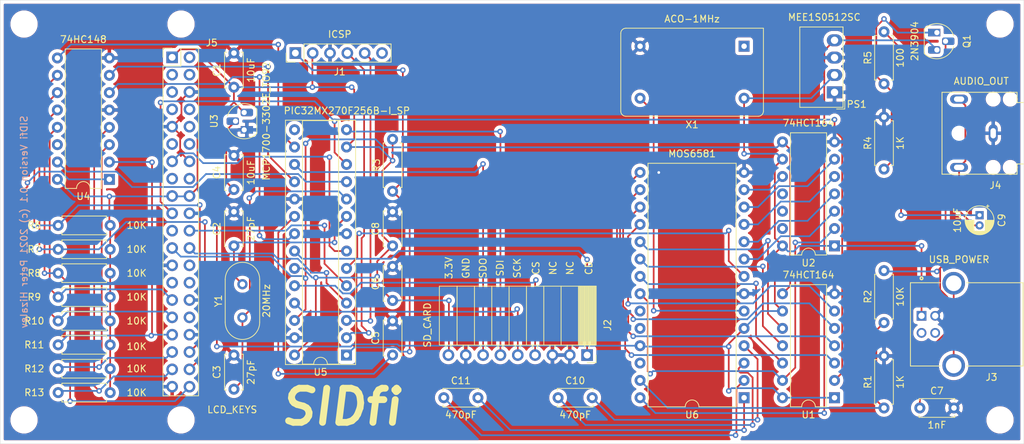
<source format=kicad_pcb>
(kicad_pcb (version 20171130) (host pcbnew 5.1.9)
  (layers (0 F.Cu signal hide) (31 B.Cu signal hide) (34 B.Paste user) (35 F.Paste user) (36 B.SilkS user) (37 F.SilkS user) (38 B.Mask user) (39 F.Mask user) (44 Edge.Cuts user))
  (net 0 "")
  (net 1 GND)
  (net 2 "Net-(C2-Pad1)")
  (net 3 "Net-(C3-Pad1)")
  (net 4 +5V)
  (net 5 "Net-(C5-Pad1)")
  (net 6 "Net-(C7-Pad1)")
  (net 7 "Net-(C9-Pad1)")
  (net 8 "Net-(C9-Pad2)")
  (net 9 "Net-(C10-Pad1)")
  (net 10 "Net-(C10-Pad2)")
  (net 11 "Net-(C11-Pad2)")
  (net 12 "Net-(C11-Pad1)")
  (net 13 ICSP_MCLR)
  (net 14 ICSP_PGD)
  (net 15 ICSP_PCC)
  (net 16 "Net-(J1-Pad6)")
  (net 17 SD_CARD_CD)
  (net 18 SD_CARD_CS)
  (net 19 SD_CARD_SCK)
  (net 20 SD_CARD_SDI)
  (net 21 SD_CARD_SDO)
  (net 22 "Net-(J3-Pad3)")
  (net 23 "Net-(J3-Pad2)")
  (net 24 "Net-(J5-Pad2)")
  (net 25 "Net-(J5-Pad3)")
  (net 26 "Net-(J5-Pad4)")
  (net 27 "Net-(J5-Pad5)")
  (net 28 "Net-(J5-Pad7)")
  (net 29 "Net-(J5-Pad8)")
  (net 30 "Net-(J5-Pad10)")
  (net 31 "Net-(J5-Pad11)")
  (net 32 "Net-(J5-Pad12)")
  (net 33 LCD_RESET)
  (net 34 "Net-(J5-Pad15)")
  (net 35 "Net-(J5-Pad16)")
  (net 36 6581_LCD_SDO)
  (net 37 "Net-(J5-Pad21)")
  (net 38 LCD_DC)
  (net 39 6581_LCD_SCK)
  (net 40 LCD_CS)
  (net 41 "Net-(J5-Pad26)")
  (net 42 "Net-(J5-Pad27)")
  (net 43 "Net-(J5-Pad28)")
  (net 44 KEY_LEFT)
  (net 45 KEY_UP)
  (net 46 "Net-(J5-Pad32)")
  (net 47 KEY_CTR)
  (net 48 KEY_DOWN)
  (net 49 KEY_1)
  (net 50 KEY_RIGHT)
  (net 51 KEY_2)
  (net 52 KEY_3)
  (net 53 +12V)
  (net 54 "Net-(Q1-Pad1)")
  (net 55 6581_AUDIO_OUT)
  (net 56 D7)
  (net 57 D3)
  (net 58 D6)
  (net 59 D2)
  (net 60 D5)
  (net 61 D1)
  (net 62 D4)
  (net 63 D0)
  (net 64 A0)
  (net 65 A4)
  (net 66 A1)
  (net 67 "Net-(U2-Pad11)")
  (net 68 A2)
  (net 69 "Net-(U2-Pad12)")
  (net 70 A3)
  (net 71 "Net-(U2-Pad13)")
  (net 72 KEY_CODE0)
  (net 73 KEY_CODE2)
  (net 74 "Net-(U4-Pad14)")
  (net 75 KEY_CODE1)
  (net 76 KEY_CODE_EO)
  (net 77 "Net-(U5-Pad15)")
  (net 78 6581_CS)
  (net 79 "Net-(U6-Pad6)")
  (net 80 "Net-(U6-Pad23)")
  (net 81 "Net-(U6-Pad24)")
  (net 82 "Net-(U6-Pad26)")
  (net 83 "Net-(X1-Pad1)")
  (net 84 VCC)
  (net 85 "Net-(J3-Pad5)")
  (module sidfi:CUI_SJ1-3523NG (layer F.Cu) (at 220 91 180)
    (fp_text reference J4 (at -0.32503 -7.6355) (layer F.SilkS) (effects (font (size 1.000063 1.000063))))
    (fp_text value AUDIO_OUT (at 1.75 7.63774) (layer F.SilkS) (effects (font (size 1.000362 1.000362))))
    (pad S thru_hole oval (at 5 -5 180) (size 2.616 1.308) (drill oval 1.5 0.8) (layers *.Cu *.Mask) (net 8 "Net-(C9-Pad2)"))
    (pad T thru_hole oval (at 5 5 180) (size 2.616 1.308) (drill oval 1.5 0.8) (layers *.Cu *.Mask) (net 8 "Net-(C9-Pad2)"))
    (pad G thru_hole oval (at 0 0 180) (size 1.308 2.616) (drill oval 0.8 1.5) (layers *.Cu *.Mask) (net 1 GND))
  )
  (module MountingHole:MountingHole_3mm (layer F.Cu) (at 221 75)
    (fp_text reference REF** hide)
    (fp_text value MountingHole_3mm hide)
    (pad 1 np_thru_hole circle (at 0 0) (size 3 3) (drill 3) (layers *.Cu *.Mask))
  )
  (module MountingHole:MountingHole_3mm (layer F.Cu) (at 221 133)
    (fp_text reference REF** hide)
    (fp_text value MountingHole_3mm hide)
    (pad 1 np_thru_hole circle (at 0 0) (size 3 3) (drill 3) (layers *.Cu *.Mask))
  )
  (module MountingHole:MountingHole_3mm (layer F.Cu) (at 78 75)
    (fp_text reference REF** hide)
    (fp_text value MountingHole_3mm hide)
    (pad 1 np_thru_hole circle (at 0 0) (size 3 3) (drill 3) (layers *.Cu *.Mask))
  )
  (module MountingHole:MountingHole_3mm (layer F.Cu) (at 78 133)
    (fp_text reference REF** hide)
    (fp_text value MountingHole_3mm hide)
    (pad 1 np_thru_hole circle (at 0 0) (size 3 3) (drill 3) (layers *.Cu *.Mask))
  )
  (module MountingHole:MountingHole_3mm (layer F.Cu) (at 101 133)
    (fp_text reference REF** hide)
    (fp_text value MountingHole_3mm hide)
    (pad 1 np_thru_hole circle (at 0 0) (size 3 3) (drill 3) (layers *.Cu *.Mask))
  )
  (module MountingHole:MountingHole_3mm (layer F.Cu) (at 101 75)
    (fp_text reference REF** hide)
    (fp_text value MountingHole_3mm hide)
    (pad 1 np_thru_hole circle (at 0 0) (size 3 3) (drill 3) (layers *.Cu *.Mask))
  )
  (module sidfi:CUI_UJ2-BH-1-TH (layer F.Cu) (at 209.5 117.75 90)
    (fp_text reference J3 (at -9 10.25 180) (layer F.SilkS) (effects (font (size 1.000598 1.000598))))
    (fp_text value USB_POWER (at 8.25 5.5 180) (layer F.SilkS) (effects (font (size 1.000575 1.000575))))
    (pad 2 thru_hole circle (at -2.5 0 90) (size 1.428 1.428) (drill 0.92) (layers *.Cu *.Mask) (net 23 "Net-(J3-Pad2)"))
    (pad 1 thru_hole rect (at 0 0 90) (size 1.428 1.428) (drill 0.92) (layers *.Cu *.Mask) (net 4 +5V))
    (pad 3 thru_hole circle (at -2.5 2 90) (size 1.428 1.428) (drill 0.92) (layers *.Cu *.Mask) (net 22 "Net-(J3-Pad3)"))
    (pad 4 thru_hole circle (at 0 2 90) (size 1.428 1.428) (drill 0.92) (layers *.Cu *.Mask) (net 1 GND))
    (pad 5 thru_hole circle (at -7.27 4.71 90) (size 3.316 3.316) (drill 2.3) (layers *.Cu *.Mask) (net 85 "Net-(J3-Pad5)"))
    (pad 5 thru_hole circle (at 4.77 4.71 90) (size 3.316 3.316) (drill 2.3) (layers *.Cu *.Mask) (net 85 "Net-(J3-Pad5)"))
  )
  (module Connector_PinHeader_2.54mm:PinHeader_2x20_P2.54mm_Vertical (layer F.Cu) (at 99.7 79.875)
    (fp_text reference J5 (at 5.8 -2.125) (layer F.SilkS))
    (fp_text value LCD_KEYS (at 8.8 51.625) (layer F.SilkS))
    (pad 40 thru_hole oval (at 2.54 48.26) (size 1.7 1.7) (drill 1) (layers *.Cu *.Mask) (net 52 KEY_3))
    (pad 39 thru_hole oval (at 0 48.26) (size 1.7 1.7) (drill 1) (layers *.Cu *.Mask) (net 1 GND))
    (pad 38 thru_hole oval (at 2.54 45.72) (size 1.7 1.7) (drill 1) (layers *.Cu *.Mask) (net 51 KEY_2))
    (pad 37 thru_hole oval (at 0 45.72) (size 1.7 1.7) (drill 1) (layers *.Cu *.Mask) (net 50 KEY_RIGHT))
    (pad 36 thru_hole oval (at 2.54 43.18) (size 1.7 1.7) (drill 1) (layers *.Cu *.Mask) (net 49 KEY_1))
    (pad 35 thru_hole oval (at 0 43.18) (size 1.7 1.7) (drill 1) (layers *.Cu *.Mask) (net 48 KEY_DOWN))
    (pad 34 thru_hole oval (at 2.54 40.64) (size 1.7 1.7) (drill 1) (layers *.Cu *.Mask) (net 1 GND))
    (pad 33 thru_hole oval (at 0 40.64) (size 1.7 1.7) (drill 1) (layers *.Cu *.Mask) (net 47 KEY_CTR))
    (pad 32 thru_hole oval (at 2.54 38.1) (size 1.7 1.7) (drill 1) (layers *.Cu *.Mask) (net 46 "Net-(J5-Pad32)"))
    (pad 31 thru_hole oval (at 0 38.1) (size 1.7 1.7) (drill 1) (layers *.Cu *.Mask) (net 45 KEY_UP))
    (pad 30 thru_hole oval (at 2.54 35.56) (size 1.7 1.7) (drill 1) (layers *.Cu *.Mask) (net 1 GND))
    (pad 29 thru_hole oval (at 0 35.56) (size 1.7 1.7) (drill 1) (layers *.Cu *.Mask) (net 44 KEY_LEFT))
    (pad 28 thru_hole oval (at 2.54 33.02) (size 1.7 1.7) (drill 1) (layers *.Cu *.Mask) (net 43 "Net-(J5-Pad28)"))
    (pad 27 thru_hole oval (at 0 33.02) (size 1.7 1.7) (drill 1) (layers *.Cu *.Mask) (net 42 "Net-(J5-Pad27)"))
    (pad 26 thru_hole oval (at 2.54 30.48) (size 1.7 1.7) (drill 1) (layers *.Cu *.Mask) (net 41 "Net-(J5-Pad26)"))
    (pad 25 thru_hole oval (at 0 30.48) (size 1.7 1.7) (drill 1) (layers *.Cu *.Mask) (net 1 GND))
    (pad 24 thru_hole oval (at 2.54 27.94) (size 1.7 1.7) (drill 1) (layers *.Cu *.Mask) (net 40 LCD_CS))
    (pad 23 thru_hole oval (at 0 27.94) (size 1.7 1.7) (drill 1) (layers *.Cu *.Mask) (net 39 6581_LCD_SCK))
    (pad 22 thru_hole oval (at 2.54 25.4) (size 1.7 1.7) (drill 1) (layers *.Cu *.Mask) (net 38 LCD_DC))
    (pad 21 thru_hole oval (at 0 25.4) (size 1.7 1.7) (drill 1) (layers *.Cu *.Mask) (net 37 "Net-(J5-Pad21)"))
    (pad 20 thru_hole oval (at 2.54 22.86) (size 1.7 1.7) (drill 1) (layers *.Cu *.Mask) (net 1 GND))
    (pad 19 thru_hole oval (at 0 22.86) (size 1.7 1.7) (drill 1) (layers *.Cu *.Mask) (net 36 6581_LCD_SDO))
    (pad 18 thru_hole oval (at 2.54 20.32) (size 1.7 1.7) (drill 1) (layers *.Cu *.Mask) (net 84 VCC))
    (pad 17 thru_hole oval (at 0 20.32) (size 1.7 1.7) (drill 1) (layers *.Cu *.Mask) (net 84 VCC))
    (pad 16 thru_hole oval (at 2.54 17.78) (size 1.7 1.7) (drill 1) (layers *.Cu *.Mask) (net 35 "Net-(J5-Pad16)"))
    (pad 15 thru_hole oval (at 0 17.78) (size 1.7 1.7) (drill 1) (layers *.Cu *.Mask) (net 34 "Net-(J5-Pad15)"))
    (pad 14 thru_hole oval (at 2.54 15.24) (size 1.7 1.7) (drill 1) (layers *.Cu *.Mask) (net 1 GND))
    (pad 13 thru_hole oval (at 0 15.24) (size 1.7 1.7) (drill 1) (layers *.Cu *.Mask) (net 33 LCD_RESET))
    (pad 12 thru_hole oval (at 2.54 12.7) (size 1.7 1.7) (drill 1) (layers *.Cu *.Mask) (net 32 "Net-(J5-Pad12)"))
    (pad 11 thru_hole oval (at 0 12.7) (size 1.7 1.7) (drill 1) (layers *.Cu *.Mask) (net 31 "Net-(J5-Pad11)"))
    (pad 10 thru_hole oval (at 2.54 10.16) (size 1.7 1.7) (drill 1) (layers *.Cu *.Mask) (net 30 "Net-(J5-Pad10)"))
    (pad 9 thru_hole oval (at 0 10.16) (size 1.7 1.7) (drill 1) (layers *.Cu *.Mask) (net 1 GND))
    (pad 8 thru_hole oval (at 2.54 7.62) (size 1.7 1.7) (drill 1) (layers *.Cu *.Mask) (net 29 "Net-(J5-Pad8)"))
    (pad 7 thru_hole oval (at 0 7.62) (size 1.7 1.7) (drill 1) (layers *.Cu *.Mask) (net 28 "Net-(J5-Pad7)"))
    (pad 6 thru_hole oval (at 2.54 5.08) (size 1.7 1.7) (drill 1) (layers *.Cu *.Mask) (net 1 GND))
    (pad 5 thru_hole oval (at 0 5.08) (size 1.7 1.7) (drill 1) (layers *.Cu *.Mask) (net 27 "Net-(J5-Pad5)"))
    (pad 4 thru_hole oval (at 2.54 2.54) (size 1.7 1.7) (drill 1) (layers *.Cu *.Mask) (net 26 "Net-(J5-Pad4)"))
    (pad 3 thru_hole oval (at 0 2.54) (size 1.7 1.7) (drill 1) (layers *.Cu *.Mask) (net 25 "Net-(J5-Pad3)"))
    (pad 2 thru_hole oval (at 2.54 0) (size 1.7 1.7) (drill 1) (layers *.Cu *.Mask) (net 24 "Net-(J5-Pad2)"))
    (pad 1 thru_hole rect (at 0 0) (size 1.7 1.7) (drill 1) (layers *.Cu *.Mask) (net 84 VCC))
  )
  (module Capacitor_THT:C_Disc_D5.0mm_W2.5mm_P5.00mm (layer F.Cu) (at 108.75 84.25 90)
    (fp_text reference C1 (at 2.5 -2.5 90) (layer F.SilkS))
    (fp_text value 10uF (at 2.5 2.5 90) (layer F.SilkS))
    (pad 2 thru_hole circle (at 5 0 90) (size 1.6 1.6) (drill 0.8) (layers *.Cu *.Mask) (net 1 GND))
    (pad 1 thru_hole circle (at 0 0 90) (size 1.6 1.6) (drill 0.8) (layers *.Cu *.Mask) (net 84 VCC))
  )
  (module Capacitor_THT:C_Disc_D5.0mm_W2.5mm_P5.00mm (layer F.Cu) (at 108.75 107.5 90)
    (fp_text reference C2 (at 2.5 -2.5 90) (layer F.SilkS))
    (fp_text value 27pF (at 2.5 2.5 90) (layer F.SilkS))
    (pad 2 thru_hole circle (at 5 0 90) (size 1.6 1.6) (drill 0.8) (layers *.Cu *.Mask) (net 1 GND))
    (pad 1 thru_hole circle (at 0 0 90) (size 1.6 1.6) (drill 0.8) (layers *.Cu *.Mask) (net 2 "Net-(C2-Pad1)"))
  )
  (module Capacitor_THT:C_Disc_D5.0mm_W2.5mm_P5.00mm (layer F.Cu) (at 108.75 128.5 90)
    (fp_text reference C3 (at 2.5 -2.5 90) (layer F.SilkS))
    (fp_text value 27pF (at 2.5 2.5 90) (layer F.SilkS))
    (pad 1 thru_hole circle (at 0 0 90) (size 1.6 1.6) (drill 0.8) (layers *.Cu *.Mask) (net 3 "Net-(C3-Pad1)"))
    (pad 2 thru_hole circle (at 5 0 90) (size 1.6 1.6) (drill 0.8) (layers *.Cu *.Mask) (net 1 GND))
  )
  (module Capacitor_THT:C_Disc_D5.0mm_W2.5mm_P5.00mm (layer F.Cu) (at 108.75 99.25 90)
    (fp_text reference C4 (at 2.5 -2.5 90) (layer F.SilkS))
    (fp_text value 10uF (at 2.5 2.5 90) (layer F.SilkS))
    (pad 1 thru_hole circle (at 0 0 90) (size 1.6 1.6) (drill 0.8) (layers *.Cu *.Mask) (net 4 +5V))
    (pad 2 thru_hole circle (at 5 0 90) (size 1.6 1.6) (drill 0.8) (layers *.Cu *.Mask) (net 1 GND))
  )
  (module Capacitor_THT:C_Disc_D5.0mm_W2.5mm_P5.00mm (layer F.Cu) (at 132 123.5 90)
    (fp_text reference C5 (at 2.5 -2.5 90) (layer F.SilkS))
    (fp_text value 10uF)
    (pad 1 thru_hole circle (at 0 0 90) (size 1.6 1.6) (drill 0.8) (layers *.Cu *.Mask) (net 5 "Net-(C5-Pad1)"))
    (pad 2 thru_hole circle (at 5 0 90) (size 1.6 1.6) (drill 0.8) (layers *.Cu *.Mask) (net 1 GND))
  )
  (module Capacitor_THT:C_Disc_D5.0mm_W2.5mm_P5.00mm (layer F.Cu) (at 132 115.5 90)
    (fp_text reference C6 (at 2.5 -2.5 90) (layer F.SilkS))
    (fp_text value 0.1uF)
    (pad 2 thru_hole circle (at 5 0 90) (size 1.6 1.6) (drill 0.8) (layers *.Cu *.Mask) (net 1 GND))
    (pad 1 thru_hole circle (at 0 0 90) (size 1.6 1.6) (drill 0.8) (layers *.Cu *.Mask) (net 84 VCC))
  )
  (module Capacitor_THT:C_Disc_D5.0mm_W2.5mm_P5.00mm (layer F.Cu) (at 209.25 131.25)
    (fp_text reference C7 (at 2.5 -2.5) (layer F.SilkS))
    (fp_text value 1nF (at 2.5 2.5) (layer F.SilkS))
    (pad 2 thru_hole circle (at 5 0) (size 1.6 1.6) (drill 0.8) (layers *.Cu *.Mask) (net 1 GND))
    (pad 1 thru_hole circle (at 0 0) (size 1.6 1.6) (drill 0.8) (layers *.Cu *.Mask) (net 6 "Net-(C7-Pad1)"))
  )
  (module Capacitor_THT:C_Disc_D5.0mm_W2.5mm_P5.00mm (layer F.Cu) (at 132 107.5 90)
    (fp_text reference C8 (at 2.5 -2.5 90) (layer F.SilkS))
    (fp_text value 0.1uF)
    (pad 1 thru_hole circle (at 0 0 90) (size 1.6 1.6) (drill 0.8) (layers *.Cu *.Mask) (net 84 VCC))
    (pad 2 thru_hole circle (at 5 0 90) (size 1.6 1.6) (drill 0.8) (layers *.Cu *.Mask) (net 1 GND))
  )
  (module Capacitor_THT:CP_Radial_D4.0mm_P1.50mm (layer F.Cu) (at 218 103 270)
    (fp_text reference C9 (at 0.75 -3.25 90) (layer F.SilkS))
    (fp_text value 10uF (at 0.75 3.25 90) (layer F.SilkS))
    (pad 1 thru_hole rect (at 0 0 270) (size 1.2 1.2) (drill 0.6) (layers *.Cu *.Mask) (net 7 "Net-(C9-Pad1)"))
    (pad 2 thru_hole circle (at 1.5 0 270) (size 1.2 1.2) (drill 0.6) (layers *.Cu *.Mask) (net 8 "Net-(C9-Pad2)"))
  )
  (module Capacitor_THT:C_Disc_D5.0mm_W2.5mm_P5.00mm (layer F.Cu) (at 156.25 129.75)
    (fp_text reference C10 (at 2.5 -2.5) (layer F.SilkS))
    (fp_text value 470pF (at 2.5 2.5) (layer F.SilkS))
    (pad 1 thru_hole circle (at 0 0) (size 1.6 1.6) (drill 0.8) (layers *.Cu *.Mask) (net 9 "Net-(C10-Pad1)"))
    (pad 2 thru_hole circle (at 5 0) (size 1.6 1.6) (drill 0.8) (layers *.Cu *.Mask) (net 10 "Net-(C10-Pad2)"))
  )
  (module Capacitor_THT:C_Disc_D5.0mm_W2.5mm_P5.00mm (layer F.Cu) (at 139.5 129.75)
    (fp_text reference C11 (at 2.5 -2.5) (layer F.SilkS))
    (fp_text value 470pF (at 2.5 2.5) (layer F.SilkS))
    (pad 2 thru_hole circle (at 5 0) (size 1.6 1.6) (drill 0.8) (layers *.Cu *.Mask) (net 11 "Net-(C11-Pad2)"))
    (pad 1 thru_hole circle (at 0 0) (size 1.6 1.6) (drill 0.8) (layers *.Cu *.Mask) (net 12 "Net-(C11-Pad1)"))
  )
  (module Connector_PinHeader_2.54mm:PinHeader_1x06_P2.54mm_Vertical (layer F.Cu) (at 117.75 79.25 90)
    (fp_text reference J1 (at -2.75 6.5 180) (layer F.SilkS))
    (fp_text value ICSP (at 2.75 6.5 180) (layer F.SilkS))
    (pad 1 thru_hole rect (at 0 0 90) (size 1.7 1.7) (drill 1) (layers *.Cu *.Mask) (net 13 ICSP_MCLR))
    (pad 2 thru_hole oval (at 0 2.54 90) (size 1.7 1.7) (drill 1) (layers *.Cu *.Mask) (net 84 VCC))
    (pad 3 thru_hole oval (at 0 5.08 90) (size 1.7 1.7) (drill 1) (layers *.Cu *.Mask) (net 1 GND))
    (pad 4 thru_hole oval (at 0 7.62 90) (size 1.7 1.7) (drill 1) (layers *.Cu *.Mask) (net 14 ICSP_PGD))
    (pad 5 thru_hole oval (at 0 10.16 90) (size 1.7 1.7) (drill 1) (layers *.Cu *.Mask) (net 15 ICSP_PCC))
    (pad 6 thru_hole oval (at 0 12.7 90) (size 1.7 1.7) (drill 1) (layers *.Cu *.Mask) (net 16 "Net-(J1-Pad6)"))
  )
  (module Connector_PinSocket_2.54mm:PinSocket_1x09_P2.54mm_Horizontal (layer F.Cu) (at 160.5 123.5 270)
    (fp_text reference J2 (at -4.38 -3 90) (layer F.SilkS))
    (fp_text value SD_CARD (at -4.4 23.4 90) (layer F.SilkS))
    (pad 1 thru_hole rect (at 0 0 270) (size 1.7 1.7) (drill 1) (layers *.Cu *.Mask) (net 17 SD_CARD_CD))
    (pad 2 thru_hole oval (at 0 2.54 270) (size 1.7 1.7) (drill 1) (layers *.Cu *.Mask) (net 1 GND))
    (pad 3 thru_hole oval (at 0 5.08 270) (size 1.7 1.7) (drill 1) (layers *.Cu *.Mask) (net 1 GND))
    (pad 4 thru_hole oval (at 0 7.62 270) (size 1.7 1.7) (drill 1) (layers *.Cu *.Mask) (net 18 SD_CARD_CS))
    (pad 5 thru_hole oval (at 0 10.16 270) (size 1.7 1.7) (drill 1) (layers *.Cu *.Mask) (net 19 SD_CARD_SCK))
    (pad 6 thru_hole oval (at 0 12.7 270) (size 1.7 1.7) (drill 1) (layers *.Cu *.Mask) (net 20 SD_CARD_SDI))
    (pad 7 thru_hole oval (at 0 15.24 270) (size 1.7 1.7) (drill 1) (layers *.Cu *.Mask) (net 21 SD_CARD_SDO))
    (pad 8 thru_hole oval (at 0 17.78 270) (size 1.7 1.7) (drill 1) (layers *.Cu *.Mask) (net 1 GND))
    (pad 9 thru_hole oval (at 0 20.32 270) (size 1.7 1.7) (drill 1) (layers *.Cu *.Mask) (net 84 VCC))
  )
  (module Converter_DCDC:Converter_DCDC_Murata_MEE1SxxxxSC_THT (layer F.Cu) (at 196.75 85 180)
    (fp_text reference PS1 (at -3.25 -1.75 180) (layer F.SilkS))
    (fp_text value MEE1S0512SC (at 1.5 11) (layer F.SilkS))
    (pad 4 thru_hole oval (at 0 7.62 90) (size 1.75 2.25) (drill 1.075) (layers *.Cu *.Mask) (net 53 +12V))
    (pad 3 thru_hole oval (at 0 5.08 90) (size 1.75 2.25) (drill 1.075) (layers *.Cu *.Mask) (net 1 GND))
    (pad 2 thru_hole oval (at 0 2.54 90) (size 1.75 2.25) (drill 1.075) (layers *.Cu *.Mask) (net 4 +5V))
    (pad 1 thru_hole rect (at 0 0 90) (size 1.75 2.25) (drill 1.075) (layers *.Cu *.Mask) (net 1 GND))
  )
  (module Package_TO_SOT_THT:TO-92_HandSolder (layer F.Cu) (at 211.75 76.25 270)
    (fp_text reference Q1 (at 1.27 -4.4 90) (layer F.SilkS))
    (fp_text value 2N3904 (at 1.25 3.25 90) (layer F.SilkS))
    (pad 1 thru_hole rect (at 0 0 270) (size 1.1 1.8) (drill 0.75 (offset 0 0.4)) (layers *.Cu *.Mask) (net 54 "Net-(Q1-Pad1)"))
    (pad 3 thru_hole roundrect (at 2.54 0 270) (size 1.1 1.8) (drill 0.75 (offset 0 0.4)) (layers *.Cu *.Mask) (net 53 +12V))
    (pad 2 thru_hole roundrect (at 1.27 -1.27 270) (size 1.1 1.8) (drill 0.75 (offset 0 -0.4)) (layers *.Cu *.Mask) (net 6 "Net-(C7-Pad1)"))
  )
  (module Resistor_THT:R_Axial_DIN0207_L6.3mm_D2.5mm_P7.62mm_Horizontal (layer F.Cu) (at 204 131.25 90)
    (fp_text reference R1 (at 3.81 -2.37 90) (layer F.SilkS))
    (fp_text value 1K (at 3.81 2.37 90) (layer F.SilkS))
    (pad 2 thru_hole oval (at 7.62 0 90) (size 1.6 1.6) (drill 0.8) (layers *.Cu *.Mask) (net 1 GND))
    (pad 1 thru_hole circle (at 0 0 90) (size 1.6 1.6) (drill 0.8) (layers *.Cu *.Mask) (net 55 6581_AUDIO_OUT))
  )
  (module Resistor_THT:R_Axial_DIN0207_L6.3mm_D2.5mm_P7.62mm_Horizontal (layer F.Cu) (at 204 118.75 90)
    (fp_text reference R2 (at 3.81 -2.37 90) (layer F.SilkS))
    (fp_text value 10K (at 3.81 2.37 90) (layer F.SilkS))
    (pad 1 thru_hole circle (at 0 0 90) (size 1.6 1.6) (drill 0.8) (layers *.Cu *.Mask) (net 55 6581_AUDIO_OUT))
    (pad 2 thru_hole oval (at 7.62 0 90) (size 1.6 1.6) (drill 0.8) (layers *.Cu *.Mask) (net 6 "Net-(C7-Pad1)"))
  )
  (module Resistor_THT:R_Axial_DIN0207_L6.3mm_D2.5mm_P7.62mm_Horizontal (layer F.Cu) (at 132 99.5 90)
    (fp_text reference R3 (at 3.81 -2.37 90) (layer F.SilkS))
    (fp_text value 4.7K)
    (pad 2 thru_hole oval (at 7.62 0 90) (size 1.6 1.6) (drill 0.8) (layers *.Cu *.Mask) (net 84 VCC))
    (pad 1 thru_hole circle (at 0 0 90) (size 1.6 1.6) (drill 0.8) (layers *.Cu *.Mask) (net 13 ICSP_MCLR))
  )
  (module Resistor_THT:R_Axial_DIN0207_L6.3mm_D2.5mm_P7.62mm_Horizontal (layer F.Cu) (at 204 96.25 90)
    (fp_text reference R4 (at 3.81 -2.37 90) (layer F.SilkS))
    (fp_text value 1K (at 3.81 2.37 90) (layer F.SilkS))
    (pad 1 thru_hole circle (at 0 0 90) (size 1.6 1.6) (drill 0.8) (layers *.Cu *.Mask) (net 54 "Net-(Q1-Pad1)"))
    (pad 2 thru_hole oval (at 7.62 0 90) (size 1.6 1.6) (drill 0.8) (layers *.Cu *.Mask) (net 1 GND))
  )
  (module Resistor_THT:R_Axial_DIN0207_L6.3mm_D2.5mm_P7.62mm_Horizontal (layer F.Cu) (at 204 83.75 90)
    (fp_text reference R5 (at 3.81 -2.37 90) (layer F.SilkS))
    (fp_text value 100 (at 3.81 2.37 90) (layer F.SilkS))
    (pad 2 thru_hole oval (at 7.62 0 90) (size 1.6 1.6) (drill 0.8) (layers *.Cu *.Mask) (net 7 "Net-(C9-Pad1)"))
    (pad 1 thru_hole circle (at 0 0 90) (size 1.6 1.6) (drill 0.8) (layers *.Cu *.Mask) (net 54 "Net-(Q1-Pad1)"))
  )
  (module Resistor_THT:R_Axial_DIN0207_L6.3mm_D2.5mm_P7.62mm_Horizontal (layer F.Cu) (at 83 104.5)
    (fp_text reference R6 (at -3.5 0) (layer F.SilkS))
    (fp_text value 10K (at 11.5 0) (layer F.SilkS))
    (pad 1 thru_hole circle (at 0 0) (size 1.6 1.6) (drill 0.8) (layers *.Cu *.Mask) (net 49 KEY_1))
    (pad 2 thru_hole oval (at 7.62 0) (size 1.6 1.6) (drill 0.8) (layers *.Cu *.Mask) (net 84 VCC))
  )
  (module Resistor_THT:R_Axial_DIN0207_L6.3mm_D2.5mm_P7.62mm_Horizontal (layer F.Cu) (at 83 108)
    (fp_text reference R7 (at -3.5 0) (layer F.SilkS))
    (fp_text value 10K (at 11.5 0) (layer F.SilkS))
    (pad 2 thru_hole oval (at 7.62 0) (size 1.6 1.6) (drill 0.8) (layers *.Cu *.Mask) (net 84 VCC))
    (pad 1 thru_hole circle (at 0 0) (size 1.6 1.6) (drill 0.8) (layers *.Cu *.Mask) (net 51 KEY_2))
  )
  (module Resistor_THT:R_Axial_DIN0207_L6.3mm_D2.5mm_P7.62mm_Horizontal (layer F.Cu) (at 83 111.5)
    (fp_text reference R8 (at -3.5 0) (layer F.SilkS))
    (fp_text value 10K (at 11.5 0) (layer F.SilkS))
    (pad 1 thru_hole circle (at 0 0) (size 1.6 1.6) (drill 0.8) (layers *.Cu *.Mask) (net 52 KEY_3))
    (pad 2 thru_hole oval (at 7.62 0) (size 1.6 1.6) (drill 0.8) (layers *.Cu *.Mask) (net 84 VCC))
  )
  (module Resistor_THT:R_Axial_DIN0207_L6.3mm_D2.5mm_P7.62mm_Horizontal (layer F.Cu) (at 83 115)
    (fp_text reference R9 (at -3.5 0) (layer F.SilkS))
    (fp_text value 10K (at 11.5 0) (layer F.SilkS))
    (pad 2 thru_hole oval (at 7.62 0) (size 1.6 1.6) (drill 0.8) (layers *.Cu *.Mask) (net 84 VCC))
    (pad 1 thru_hole circle (at 0 0) (size 1.6 1.6) (drill 0.8) (layers *.Cu *.Mask) (net 44 KEY_LEFT))
  )
  (module Resistor_THT:R_Axial_DIN0207_L6.3mm_D2.5mm_P7.62mm_Horizontal (layer F.Cu) (at 83 118.5)
    (fp_text reference R10 (at -3.5 0) (layer F.SilkS))
    (fp_text value 10K (at 11.5 0) (layer F.SilkS))
    (pad 1 thru_hole circle (at 0 0) (size 1.6 1.6) (drill 0.8) (layers *.Cu *.Mask) (net 45 KEY_UP))
    (pad 2 thru_hole oval (at 7.62 0) (size 1.6 1.6) (drill 0.8) (layers *.Cu *.Mask) (net 84 VCC))
  )
  (module Resistor_THT:R_Axial_DIN0207_L6.3mm_D2.5mm_P7.62mm_Horizontal (layer F.Cu) (at 83 122)
    (fp_text reference R11 (at -3.5 0) (layer F.SilkS))
    (fp_text value 10K (at 11.5 0.25) (layer F.SilkS))
    (pad 2 thru_hole oval (at 7.62 0) (size 1.6 1.6) (drill 0.8) (layers *.Cu *.Mask) (net 84 VCC))
    (pad 1 thru_hole circle (at 0 0) (size 1.6 1.6) (drill 0.8) (layers *.Cu *.Mask) (net 47 KEY_CTR))
  )
  (module Resistor_THT:R_Axial_DIN0207_L6.3mm_D2.5mm_P7.62mm_Horizontal (layer F.Cu) (at 83 125.5)
    (fp_text reference R12 (at -3.5 0) (layer F.SilkS))
    (fp_text value 10K (at 11.5 0) (layer F.SilkS))
    (pad 1 thru_hole circle (at 0 0) (size 1.6 1.6) (drill 0.8) (layers *.Cu *.Mask) (net 48 KEY_DOWN))
    (pad 2 thru_hole oval (at 7.62 0) (size 1.6 1.6) (drill 0.8) (layers *.Cu *.Mask) (net 84 VCC))
  )
  (module Resistor_THT:R_Axial_DIN0207_L6.3mm_D2.5mm_P7.62mm_Horizontal (layer F.Cu) (at 83 129)
    (fp_text reference R13 (at -3.5 0) (layer F.SilkS))
    (fp_text value 10K (at 11.5 0) (layer F.SilkS))
    (pad 1 thru_hole circle (at 0 0) (size 1.6 1.6) (drill 0.8) (layers *.Cu *.Mask) (net 50 KEY_RIGHT))
    (pad 2 thru_hole oval (at 7.62 0) (size 1.6 1.6) (drill 0.8) (layers *.Cu *.Mask) (net 84 VCC))
  )
  (module Package_DIP:DIP-14_W7.62mm (layer F.Cu) (at 196.75 129.75 180)
    (fp_text reference U1 (at 3.81 -2.5) (layer F.SilkS))
    (fp_text value 74HCT164 (at 3.81 18) (layer F.SilkS))
    (pad 14 thru_hole oval (at 7.62 0 180) (size 1.6 1.6) (drill 0.8) (layers *.Cu *.Mask) (net 4 +5V))
    (pad 7 thru_hole oval (at 0 15.24 180) (size 1.6 1.6) (drill 0.8) (layers *.Cu *.Mask) (net 1 GND))
    (pad 13 thru_hole oval (at 7.62 2.54 180) (size 1.6 1.6) (drill 0.8) (layers *.Cu *.Mask) (net 56 D7))
    (pad 6 thru_hole oval (at 0 12.7 180) (size 1.6 1.6) (drill 0.8) (layers *.Cu *.Mask) (net 57 D3))
    (pad 12 thru_hole oval (at 7.62 5.08 180) (size 1.6 1.6) (drill 0.8) (layers *.Cu *.Mask) (net 58 D6))
    (pad 5 thru_hole oval (at 0 10.16 180) (size 1.6 1.6) (drill 0.8) (layers *.Cu *.Mask) (net 59 D2))
    (pad 11 thru_hole oval (at 7.62 7.62 180) (size 1.6 1.6) (drill 0.8) (layers *.Cu *.Mask) (net 60 D5))
    (pad 4 thru_hole oval (at 0 7.62 180) (size 1.6 1.6) (drill 0.8) (layers *.Cu *.Mask) (net 61 D1))
    (pad 10 thru_hole oval (at 7.62 10.16 180) (size 1.6 1.6) (drill 0.8) (layers *.Cu *.Mask) (net 62 D4))
    (pad 3 thru_hole oval (at 0 5.08 180) (size 1.6 1.6) (drill 0.8) (layers *.Cu *.Mask) (net 63 D0))
    (pad 9 thru_hole oval (at 7.62 12.7 180) (size 1.6 1.6) (drill 0.8) (layers *.Cu *.Mask) (net 4 +5V))
    (pad 2 thru_hole oval (at 0 2.54 180) (size 1.6 1.6) (drill 0.8) (layers *.Cu *.Mask) (net 36 6581_LCD_SDO))
    (pad 8 thru_hole oval (at 7.62 15.24 180) (size 1.6 1.6) (drill 0.8) (layers *.Cu *.Mask) (net 39 6581_LCD_SCK))
    (pad 1 thru_hole rect (at 0 0 180) (size 1.6 1.6) (drill 0.8) (layers *.Cu *.Mask) (net 4 +5V))
  )
  (module Package_DIP:DIP-14_W7.62mm (layer F.Cu) (at 196.75 107.5 180)
    (fp_text reference U2 (at 3.81 -2.5) (layer F.SilkS))
    (fp_text value 74HCT164 (at 3.81 18) (layer F.SilkS))
    (pad 1 thru_hole rect (at 0 0 180) (size 1.6 1.6) (drill 0.8) (layers *.Cu *.Mask) (net 4 +5V))
    (pad 8 thru_hole oval (at 7.62 15.24 180) (size 1.6 1.6) (drill 0.8) (layers *.Cu *.Mask) (net 39 6581_LCD_SCK))
    (pad 2 thru_hole oval (at 0 2.54 180) (size 1.6 1.6) (drill 0.8) (layers *.Cu *.Mask) (net 56 D7))
    (pad 9 thru_hole oval (at 7.62 12.7 180) (size 1.6 1.6) (drill 0.8) (layers *.Cu *.Mask) (net 4 +5V))
    (pad 3 thru_hole oval (at 0 5.08 180) (size 1.6 1.6) (drill 0.8) (layers *.Cu *.Mask) (net 64 A0))
    (pad 10 thru_hole oval (at 7.62 10.16 180) (size 1.6 1.6) (drill 0.8) (layers *.Cu *.Mask) (net 65 A4))
    (pad 4 thru_hole oval (at 0 7.62 180) (size 1.6 1.6) (drill 0.8) (layers *.Cu *.Mask) (net 66 A1))
    (pad 11 thru_hole oval (at 7.62 7.62 180) (size 1.6 1.6) (drill 0.8) (layers *.Cu *.Mask) (net 67 "Net-(U2-Pad11)"))
    (pad 5 thru_hole oval (at 0 10.16 180) (size 1.6 1.6) (drill 0.8) (layers *.Cu *.Mask) (net 68 A2))
    (pad 12 thru_hole oval (at 7.62 5.08 180) (size 1.6 1.6) (drill 0.8) (layers *.Cu *.Mask) (net 69 "Net-(U2-Pad12)"))
    (pad 6 thru_hole oval (at 0 12.7 180) (size 1.6 1.6) (drill 0.8) (layers *.Cu *.Mask) (net 70 A3))
    (pad 13 thru_hole oval (at 7.62 2.54 180) (size 1.6 1.6) (drill 0.8) (layers *.Cu *.Mask) (net 71 "Net-(U2-Pad13)"))
    (pad 7 thru_hole oval (at 0 15.24 180) (size 1.6 1.6) (drill 0.8) (layers *.Cu *.Mask) (net 1 GND))
    (pad 14 thru_hole oval (at 7.62 0 180) (size 1.6 1.6) (drill 0.8) (layers *.Cu *.Mask) (net 4 +5V))
  )
  (module Package_TO_SOT_THT:TO-92_HandSolder (layer F.Cu) (at 110.25 90.5 90)
    (fp_text reference U3 (at 1.27 -4.4 90) (layer F.SilkS))
    (fp_text value MCP1700-3302E_TO92 (at 1.27 3.25 90) (layer F.SilkS))
    (pad 2 thru_hole roundrect (at 1.27 -1.27 90) (size 1.1 1.8) (drill 0.75 (offset 0 -0.4)) (layers *.Cu *.Mask) (net 4 +5V))
    (pad 3 thru_hole roundrect (at 2.54 0 90) (size 1.1 1.8) (drill 0.75 (offset 0 0.4)) (layers *.Cu *.Mask) (net 84 VCC))
    (pad 1 thru_hole rect (at 0 0 90) (size 1.1 1.8) (drill 0.75 (offset 0 0.4)) (layers *.Cu *.Mask) (net 1 GND))
  )
  (module Package_DIP:DIP-16_W7.62mm (layer F.Cu) (at 90.5 97.75 180)
    (fp_text reference U4 (at 3.81 -2.5) (layer F.SilkS))
    (fp_text value 74HC148 (at 3.81 20.5) (layer F.SilkS))
    (pad 1 thru_hole rect (at 0 0 180) (size 1.6 1.6) (drill 0.8) (layers *.Cu *.Mask) (net 45 KEY_UP))
    (pad 9 thru_hole oval (at 7.62 17.78 180) (size 1.6 1.6) (drill 0.8) (layers *.Cu *.Mask) (net 72 KEY_CODE0))
    (pad 2 thru_hole oval (at 0 2.54 180) (size 1.6 1.6) (drill 0.8) (layers *.Cu *.Mask) (net 47 KEY_CTR))
    (pad 10 thru_hole oval (at 7.62 15.24 180) (size 1.6 1.6) (drill 0.8) (layers *.Cu *.Mask) (net 49 KEY_1))
    (pad 3 thru_hole oval (at 0 5.08 180) (size 1.6 1.6) (drill 0.8) (layers *.Cu *.Mask) (net 48 KEY_DOWN))
    (pad 11 thru_hole oval (at 7.62 12.7 180) (size 1.6 1.6) (drill 0.8) (layers *.Cu *.Mask) (net 51 KEY_2))
    (pad 4 thru_hole oval (at 0 7.62 180) (size 1.6 1.6) (drill 0.8) (layers *.Cu *.Mask) (net 50 KEY_RIGHT))
    (pad 12 thru_hole oval (at 7.62 10.16 180) (size 1.6 1.6) (drill 0.8) (layers *.Cu *.Mask) (net 52 KEY_3))
    (pad 5 thru_hole oval (at 0 10.16 180) (size 1.6 1.6) (drill 0.8) (layers *.Cu *.Mask) (net 1 GND))
    (pad 13 thru_hole oval (at 7.62 7.62 180) (size 1.6 1.6) (drill 0.8) (layers *.Cu *.Mask) (net 44 KEY_LEFT))
    (pad 6 thru_hole oval (at 0 12.7 180) (size 1.6 1.6) (drill 0.8) (layers *.Cu *.Mask) (net 73 KEY_CODE2))
    (pad 14 thru_hole oval (at 7.62 5.08 180) (size 1.6 1.6) (drill 0.8) (layers *.Cu *.Mask) (net 74 "Net-(U4-Pad14)"))
    (pad 7 thru_hole oval (at 0 15.24 180) (size 1.6 1.6) (drill 0.8) (layers *.Cu *.Mask) (net 75 KEY_CODE1))
    (pad 15 thru_hole oval (at 7.62 2.54 180) (size 1.6 1.6) (drill 0.8) (layers *.Cu *.Mask) (net 76 KEY_CODE_EO))
    (pad 8 thru_hole oval (at 0 17.78 180) (size 1.6 1.6) (drill 0.8) (layers *.Cu *.Mask) (net 1 GND))
    (pad 16 thru_hole oval (at 7.62 0 180) (size 1.6 1.6) (drill 0.8) (layers *.Cu *.Mask) (net 84 VCC))
  )
  (module Package_DIP:DIP-28_W7.62mm_Socket (layer F.Cu) (at 125.25 123.5 180)
    (fp_text reference U5 (at 3.81 -2.5) (layer F.SilkS))
    (fp_text value PIC32MX270F256B-I_SP (at -0.05 35.8) (layer F.SilkS))
    (pad 1 thru_hole rect (at 0 0 180) (size 1.6 1.6) (drill 0.8) (layers *.Cu *.Mask) (net 13 ICSP_MCLR))
    (pad 15 thru_hole oval (at 7.62 33.02 180) (size 1.6 1.6) (drill 0.8) (layers *.Cu *.Mask) (net 77 "Net-(U5-Pad15)"))
    (pad 2 thru_hole oval (at 0 2.54 180) (size 1.6 1.6) (drill 0.8) (layers *.Cu *.Mask) (net 14 ICSP_PGD))
    (pad 16 thru_hole oval (at 7.62 30.48 180) (size 1.6 1.6) (drill 0.8) (layers *.Cu *.Mask) (net 72 KEY_CODE0))
    (pad 3 thru_hole oval (at 0 5.08 180) (size 1.6 1.6) (drill 0.8) (layers *.Cu *.Mask) (net 15 ICSP_PCC))
    (pad 17 thru_hole oval (at 7.62 27.94 180) (size 1.6 1.6) (drill 0.8) (layers *.Cu *.Mask) (net 21 SD_CARD_SDO))
    (pad 4 thru_hole oval (at 0 7.62 180) (size 1.6 1.6) (drill 0.8) (layers *.Cu *.Mask) (net 40 LCD_CS))
    (pad 18 thru_hole oval (at 7.62 25.4 180) (size 1.6 1.6) (drill 0.8) (layers *.Cu *.Mask) (net 75 KEY_CODE1))
    (pad 5 thru_hole oval (at 0 10.16 180) (size 1.6 1.6) (drill 0.8) (layers *.Cu *.Mask) (net 38 LCD_DC))
    (pad 19 thru_hole oval (at 7.62 22.86 180) (size 1.6 1.6) (drill 0.8) (layers *.Cu *.Mask) (net 1 GND))
    (pad 6 thru_hole oval (at 0 12.7 180) (size 1.6 1.6) (drill 0.8) (layers *.Cu *.Mask) (net 78 6581_CS))
    (pad 20 thru_hole oval (at 7.62 20.32 180) (size 1.6 1.6) (drill 0.8) (layers *.Cu *.Mask) (net 5 "Net-(C5-Pad1)"))
    (pad 7 thru_hole oval (at 0 15.24 180) (size 1.6 1.6) (drill 0.8) (layers *.Cu *.Mask) (net 33 LCD_RESET))
    (pad 21 thru_hole oval (at 7.62 17.78 180) (size 1.6 1.6) (drill 0.8) (layers *.Cu *.Mask) (net 73 KEY_CODE2))
    (pad 8 thru_hole oval (at 0 17.78 180) (size 1.6 1.6) (drill 0.8) (layers *.Cu *.Mask) (net 1 GND))
    (pad 22 thru_hole oval (at 7.62 15.24 180) (size 1.6 1.6) (drill 0.8) (layers *.Cu *.Mask) (net 17 SD_CARD_CD))
    (pad 9 thru_hole oval (at 0 20.32 180) (size 1.6 1.6) (drill 0.8) (layers *.Cu *.Mask) (net 2 "Net-(C2-Pad1)"))
    (pad 23 thru_hole oval (at 7.62 12.7 180) (size 1.6 1.6) (drill 0.8) (layers *.Cu *.Mask) (net 84 VCC))
    (pad 10 thru_hole oval (at 0 22.86 180) (size 1.6 1.6) (drill 0.8) (layers *.Cu *.Mask) (net 3 "Net-(C3-Pad1)"))
    (pad 24 thru_hole oval (at 7.62 10.16 180) (size 1.6 1.6) (drill 0.8) (layers *.Cu *.Mask) (net 18 SD_CARD_CS))
    (pad 11 thru_hole oval (at 0 25.4 180) (size 1.6 1.6) (drill 0.8) (layers *.Cu *.Mask) (net 76 KEY_CODE_EO))
    (pad 25 thru_hole oval (at 7.62 7.62 180) (size 1.6 1.6) (drill 0.8) (layers *.Cu *.Mask) (net 19 SD_CARD_SCK))
    (pad 12 thru_hole oval (at 0 27.94 180) (size 1.6 1.6) (drill 0.8) (layers *.Cu *.Mask) (net 36 6581_LCD_SDO))
    (pad 26 thru_hole oval (at 7.62 5.08 180) (size 1.6 1.6) (drill 0.8) (layers *.Cu *.Mask) (net 39 6581_LCD_SCK))
    (pad 13 thru_hole oval (at 0 30.48 180) (size 1.6 1.6) (drill 0.8) (layers *.Cu *.Mask) (net 84 VCC))
    (pad 27 thru_hole oval (at 7.62 2.54 180) (size 1.6 1.6) (drill 0.8) (layers *.Cu *.Mask) (net 1 GND))
    (pad 14 thru_hole oval (at 0 33.02 180) (size 1.6 1.6) (drill 0.8) (layers *.Cu *.Mask) (net 20 SD_CARD_SDI))
    (pad 28 thru_hole oval (at 7.62 0 180) (size 1.6 1.6) (drill 0.8) (layers *.Cu *.Mask) (net 84 VCC))
  )
  (module Package_DIP:DIP-28_W15.24mm (layer F.Cu) (at 183.5 129.75 180)
    (fp_text reference U6 (at 7.62 -2.5) (layer F.SilkS))
    (fp_text value MOS6581 (at 7.62 35.75) (layer F.SilkS))
    (pad 1 thru_hole rect (at 0 0 180) (size 1.6 1.6) (drill 0.8) (layers *.Cu *.Mask) (net 11 "Net-(C11-Pad2)"))
    (pad 15 thru_hole oval (at 15.24 33.02 180) (size 1.6 1.6) (drill 0.8) (layers *.Cu *.Mask) (net 63 D0))
    (pad 2 thru_hole oval (at 0 2.54 180) (size 1.6 1.6) (drill 0.8) (layers *.Cu *.Mask) (net 12 "Net-(C11-Pad1)"))
    (pad 16 thru_hole oval (at 15.24 30.48 180) (size 1.6 1.6) (drill 0.8) (layers *.Cu *.Mask) (net 61 D1))
    (pad 3 thru_hole oval (at 0 5.08 180) (size 1.6 1.6) (drill 0.8) (layers *.Cu *.Mask) (net 9 "Net-(C10-Pad1)"))
    (pad 17 thru_hole oval (at 15.24 27.94 180) (size 1.6 1.6) (drill 0.8) (layers *.Cu *.Mask) (net 59 D2))
    (pad 4 thru_hole oval (at 0 7.62 180) (size 1.6 1.6) (drill 0.8) (layers *.Cu *.Mask) (net 10 "Net-(C10-Pad2)"))
    (pad 18 thru_hole oval (at 15.24 25.4 180) (size 1.6 1.6) (drill 0.8) (layers *.Cu *.Mask) (net 57 D3))
    (pad 5 thru_hole oval (at 0 10.16 180) (size 1.6 1.6) (drill 0.8) (layers *.Cu *.Mask) (net 4 +5V))
    (pad 19 thru_hole oval (at 15.24 22.86 180) (size 1.6 1.6) (drill 0.8) (layers *.Cu *.Mask) (net 62 D4))
    (pad 6 thru_hole oval (at 0 12.7 180) (size 1.6 1.6) (drill 0.8) (layers *.Cu *.Mask) (net 79 "Net-(U6-Pad6)"))
    (pad 20 thru_hole oval (at 15.24 20.32 180) (size 1.6 1.6) (drill 0.8) (layers *.Cu *.Mask) (net 60 D5))
    (pad 7 thru_hole oval (at 0 15.24 180) (size 1.6 1.6) (drill 0.8) (layers *.Cu *.Mask) (net 1 GND))
    (pad 21 thru_hole oval (at 15.24 17.78 180) (size 1.6 1.6) (drill 0.8) (layers *.Cu *.Mask) (net 58 D6))
    (pad 8 thru_hole oval (at 0 17.78 180) (size 1.6 1.6) (drill 0.8) (layers *.Cu *.Mask) (net 78 6581_CS))
    (pad 22 thru_hole oval (at 15.24 15.24 180) (size 1.6 1.6) (drill 0.8) (layers *.Cu *.Mask) (net 56 D7))
    (pad 9 thru_hole oval (at 0 20.32 180) (size 1.6 1.6) (drill 0.8) (layers *.Cu *.Mask) (net 64 A0))
    (pad 23 thru_hole oval (at 15.24 12.7 180) (size 1.6 1.6) (drill 0.8) (layers *.Cu *.Mask) (net 80 "Net-(U6-Pad23)"))
    (pad 10 thru_hole oval (at 0 22.86 180) (size 1.6 1.6) (drill 0.8) (layers *.Cu *.Mask) (net 66 A1))
    (pad 24 thru_hole oval (at 15.24 10.16 180) (size 1.6 1.6) (drill 0.8) (layers *.Cu *.Mask) (net 81 "Net-(U6-Pad24)"))
    (pad 11 thru_hole oval (at 0 25.4 180) (size 1.6 1.6) (drill 0.8) (layers *.Cu *.Mask) (net 68 A2))
    (pad 25 thru_hole oval (at 15.24 7.62 180) (size 1.6 1.6) (drill 0.8) (layers *.Cu *.Mask) (net 4 +5V))
    (pad 12 thru_hole oval (at 0 27.94 180) (size 1.6 1.6) (drill 0.8) (layers *.Cu *.Mask) (net 70 A3))
    (pad 26 thru_hole oval (at 15.24 5.08 180) (size 1.6 1.6) (drill 0.8) (layers *.Cu *.Mask) (net 82 "Net-(U6-Pad26)"))
    (pad 13 thru_hole oval (at 0 30.48 180) (size 1.6 1.6) (drill 0.8) (layers *.Cu *.Mask) (net 65 A4))
    (pad 27 thru_hole oval (at 15.24 2.54 180) (size 1.6 1.6) (drill 0.8) (layers *.Cu *.Mask) (net 55 6581_AUDIO_OUT))
    (pad 14 thru_hole oval (at 0 33.02 180) (size 1.6 1.6) (drill 0.8) (layers *.Cu *.Mask) (net 1 GND))
    (pad 28 thru_hole oval (at 15.24 0 180) (size 1.6 1.6) (drill 0.8) (layers *.Cu *.Mask) (net 53 +12V))
  )
  (module Oscillator:Oscillator_DIP-14 (layer F.Cu) (at 183.5 78.25 180)
    (fp_text reference X1 (at 7.62 -11.5) (layer F.SilkS))
    (fp_text value ACO-1MHz (at 7.62 4) (layer F.SilkS))
    (pad 1 thru_hole rect (at 0 0 180) (size 1.6 1.6) (drill 0.8) (layers *.Cu *.Mask) (net 83 "Net-(X1-Pad1)"))
    (pad 14 thru_hole circle (at 0 -7.62 180) (size 1.6 1.6) (drill 0.8) (layers *.Cu *.Mask) (net 4 +5V))
    (pad 8 thru_hole circle (at 15.24 -7.62 180) (size 1.6 1.6) (drill 0.8) (layers *.Cu *.Mask) (net 79 "Net-(U6-Pad6)"))
    (pad 7 thru_hole circle (at 15.24 0 180) (size 1.6 1.6) (drill 0.8) (layers *.Cu *.Mask) (net 1 GND))
  )
  (module Crystal:Crystal_HC49-U_Vertical (layer F.Cu) (at 110 118 90)
    (fp_text reference Y1 (at 2.44 -3.525 90) (layer F.SilkS))
    (fp_text value 20MHz (at 2.44 3.525 90) (layer F.SilkS))
    (pad 1 thru_hole circle (at 0 0 90) (size 1.5 1.5) (drill 0.8) (layers *.Cu *.Mask) (net 3 "Net-(C3-Pad1)"))
    (pad 2 thru_hole circle (at 4.88 0 90) (size 1.5 1.5) (drill 0.8) (layers *.Cu *.Mask) (net 2 "Net-(C2-Pad1)"))
  )
  (gr_text "SIDfi Version 0.1 (c) 2021 Peter Hizalev" (at 78 104 90) (layer B.SilkS) (effects (font (size 1 1)) (justify mirror)))
  (gr_text NC (at 158 110.75 90) (layer F.SilkS) (effects (font (size 1 1))))
  (gr_text NC (at 155.5 110.75 90) (layer F.SilkS) (effects (font (size 1 1))))
  (gr_text CD (at 160.75 110.75 90) (layer F.SilkS) (effects (font (size 1 1))))
  (gr_text CS (at 153 110.75 90) (layer F.SilkS) (effects (font (size 1 1))))
  (gr_text SCK (at 150.25 110.75 90) (layer F.SilkS) (effects (font (size 1 1))))
  (gr_text SDI (at 147.75 110.75 90) (layer F.SilkS) (effects (font (size 1 1))))
  (gr_text SDO (at 145.25 110.75 90) (layer F.SilkS) (effects (font (size 1 1))))
  (gr_text GND (at 142.75 110.75 90) (layer F.SilkS) (effects (font (size 1 1))))
  (gr_text 3.3V (at 140.25 110.75 90) (layer F.SilkS) (effects (font (size 1 1))))
  (gr_text SIDfi (at 124.5 131.1) (layer F.SilkS) (effects (font (size 5 5) (thickness 1) italic)))
  (gr_line (start 74.5 136.5) (end 224.5 136.5) (layer Edge.Cuts) (width 0.05))
  (gr_line (start 74.5 71.5) (end 74.5 136.5) (layer Edge.Cuts) (width 0.05))
  (gr_line (start 224.5 71.5) (end 74.5 71.5) (layer Edge.Cuts) (width 0.05))
  (gr_line (start 224.5 136.5) (end 224.5 71.5) (layer Edge.Cuts) (width 0.05))
  (via (at 171 96.75) (size 0.8) (drill 0.4) (layers F.Cu B.Cu) (net 1))
  (segment (start 171 80.99) (end 171 96.75) (width 0.25) (layer F.Cu) (net 1))
  (segment (start 168.26 78.25) (end 171 80.99) (width 0.25) (layer F.Cu) (net 1))
  (segment (start 183.48 96.75) (end 183.5 96.73) (width 0.25) (layer B.Cu) (net 1))
  (segment (start 171 96.75) (end 183.48 96.75) (width 0.25) (layer B.Cu) (net 1))
  (segment (start 100.875001 93.750001) (end 102.24 95.115) (width 0.25) (layer F.Cu) (net 1))
  (segment (start 100.875001 91.210001) (end 100.875001 93.750001) (width 0.25) (layer F.Cu) (net 1))
  (segment (start 99.7 90.035) (end 100.875001 91.210001) (width 0.25) (layer F.Cu) (net 1))
  (segment (start 101.064999 88.670001) (end 99.7 90.035) (width 0.25) (layer F.Cu) (net 1))
  (segment (start 101.064999 86.130001) (end 101.064999 88.670001) (width 0.25) (layer F.Cu) (net 1))
  (segment (start 102.24 84.955) (end 101.064999 86.130001) (width 0.25) (layer F.Cu) (net 1))
  (via (at 123.5 107) (size 0.8) (drill 0.4) (layers F.Cu B.Cu) (net 2))
  (segment (start 109.25 107) (end 123.5 107) (width 0.25) (layer B.Cu) (net 2))
  (segment (start 108.75 107.5) (end 109.25 107) (width 0.25) (layer B.Cu) (net 2))
  (segment (start 123.5 104.93) (end 125.25 103.18) (width 0.25) (layer F.Cu) (net 2))
  (segment (start 123.5 107) (end 123.5 104.93) (width 0.25) (layer F.Cu) (net 2))
  (segment (start 108.75 111.87) (end 110 113.12) (width 0.25) (layer F.Cu) (net 2))
  (segment (start 108.75 107.5) (end 108.75 111.87) (width 0.25) (layer F.Cu) (net 2))
  (segment (start 110 127.25) (end 108.75 128.5) (width 0.25) (layer F.Cu) (net 3))
  (segment (start 110 118) (end 110 127.25) (width 0.25) (layer F.Cu) (net 3))
  (via (at 111 100.5) (size 0.8) (drill 0.4) (layers F.Cu B.Cu) (net 3))
  (segment (start 111.075001 100.575001) (end 111 100.5) (width 0.25) (layer F.Cu) (net 3))
  (segment (start 111.075001 116.924999) (end 111.075001 100.575001) (width 0.25) (layer F.Cu) (net 3))
  (segment (start 110 118) (end 111.075001 116.924999) (width 0.25) (layer F.Cu) (net 3))
  (segment (start 124.124999 99.514999) (end 125.25 100.64) (width 0.25) (layer B.Cu) (net 3))
  (segment (start 111.985001 99.514999) (end 124.124999 99.514999) (width 0.25) (layer B.Cu) (net 3))
  (segment (start 111 100.5) (end 111.985001 99.514999) (width 0.25) (layer B.Cu) (net 3))
  (segment (start 183.5 85.87) (end 183.5 94) (width 0.25) (layer F.Cu) (net 4))
  (via (at 183.5 94) (size 0.8) (drill 0.4) (layers F.Cu B.Cu) (net 4))
  (segment (start 188.330001 94.000001) (end 189.13 94.8) (width 0.25) (layer B.Cu) (net 4))
  (segment (start 183.5 94) (end 188.330001 94.000001) (width 0.25) (layer B.Cu) (net 4))
  (segment (start 193.34 85.87) (end 196.75 82.46) (width 0.25) (layer B.Cu) (net 4))
  (segment (start 183.5 85.87) (end 193.34 85.87) (width 0.25) (layer B.Cu) (net 4))
  (via (at 209.5 107.5) (size 0.8) (drill 0.4) (layers F.Cu B.Cu) (net 4))
  (segment (start 209.5 117.75) (end 209.5 107.5) (width 0.25) (layer F.Cu) (net 4))
  (segment (start 209.5 107.5) (end 196.75 107.5) (width 0.25) (layer B.Cu) (net 4))
  (segment (start 196.75 129.75) (end 189.13 129.75) (width 0.25) (layer B.Cu) (net 4))
  (segment (start 186.04 117.05) (end 183.5 119.59) (width 0.25) (layer B.Cu) (net 4))
  (segment (start 189.13 117.05) (end 186.04 117.05) (width 0.25) (layer B.Cu) (net 4))
  (segment (start 196.75 107.5) (end 191.573002 107.5) (width 0.25) (layer B.Cu) (net 4))
  (segment (start 191.573002 107.5) (end 190.773003 108.299999) (width 0.25) (layer B.Cu) (net 4))
  (segment (start 190.773003 108.299999) (end 189.929999 108.299999) (width 0.25) (layer B.Cu) (net 4))
  (segment (start 189.929999 108.299999) (end 189.13 107.5) (width 0.25) (layer B.Cu) (net 4))
  (via (at 181.25 122.25) (size 0.8) (drill 0.4) (layers F.Cu B.Cu) (net 4))
  (segment (start 181.25 121.84) (end 181.25 122.25) (width 0.25) (layer F.Cu) (net 4))
  (segment (start 183.5 119.59) (end 181.25 121.84) (width 0.25) (layer F.Cu) (net 4))
  (segment (start 168.38 122.25) (end 168.26 122.13) (width 0.25) (layer B.Cu) (net 4))
  (segment (start 181.25 122.25) (end 168.38 122.25) (width 0.25) (layer B.Cu) (net 4))
  (via (at 181.25 128.75) (size 0.8) (drill 0.4) (layers F.Cu B.Cu) (net 4))
  (segment (start 181.25 122.25) (end 181.25 128.75) (width 0.25) (layer F.Cu) (net 4))
  (segment (start 187.730001 128.350001) (end 189.13 129.75) (width 0.25) (layer B.Cu) (net 4))
  (segment (start 181.649999 128.350001) (end 187.730001 128.350001) (width 0.25) (layer B.Cu) (net 4))
  (segment (start 181.25 128.75) (end 181.649999 128.350001) (width 0.25) (layer B.Cu) (net 4))
  (segment (start 188.004999 108.625001) (end 189.13 107.5) (width 0.25) (layer F.Cu) (net 4))
  (segment (start 188.004999 115.924999) (end 188.004999 108.625001) (width 0.25) (layer F.Cu) (net 4))
  (segment (start 189.13 117.05) (end 188.004999 115.924999) (width 0.25) (layer F.Cu) (net 4))
  (segment (start 188.004999 106.374999) (end 189.13 107.5) (width 0.25) (layer F.Cu) (net 4))
  (segment (start 188.004999 95.925001) (end 188.004999 106.374999) (width 0.25) (layer F.Cu) (net 4))
  (segment (start 189.13 94.8) (end 188.004999 95.925001) (width 0.25) (layer F.Cu) (net 4))
  (via (at 106.25 122.25) (size 0.8) (drill 0.4) (layers F.Cu B.Cu) (net 4))
  (segment (start 106.25 101.75) (end 108.75 99.25) (width 0.25) (layer F.Cu) (net 4))
  (segment (start 106.25 122.25) (end 106.25 101.75) (width 0.25) (layer F.Cu) (net 4))
  (segment (start 107.624999 90.585001) (end 108.98 89.23) (width 0.25) (layer F.Cu) (net 4))
  (segment (start 107.624999 98.124999) (end 107.624999 90.585001) (width 0.25) (layer F.Cu) (net 4))
  (segment (start 108.75 99.25) (end 107.624999 98.124999) (width 0.25) (layer F.Cu) (net 4))
  (segment (start 132.726401 121.924988) (end 126.188601 121.924988) (width 0.25) (layer B.Cu) (net 4))
  (segment (start 125.86359 122.25) (end 106.815685 122.25) (width 0.25) (layer B.Cu) (net 4))
  (segment (start 106.815685 122.25) (end 106.25 122.25) (width 0.25) (layer B.Cu) (net 4))
  (segment (start 168.26 122.13) (end 132.931413 122.13) (width 0.25) (layer B.Cu) (net 4))
  (segment (start 132.931413 122.13) (end 132.726401 121.924988) (width 0.25) (layer B.Cu) (net 4))
  (segment (start 126.188601 121.924988) (end 125.86359 122.25) (width 0.25) (layer B.Cu) (net 4))
  (segment (start 132 123.5) (end 129.25 126.25) (width 0.25) (layer B.Cu) (net 5))
  (via (at 115.25 126.25) (size 0.8) (drill 0.4) (layers F.Cu B.Cu) (net 5))
  (segment (start 123.75 126.25) (end 115.25 126.25) (width 0.25) (layer B.Cu) (net 5))
  (segment (start 129.25 126.25) (end 123.75 126.25) (width 0.25) (layer B.Cu) (net 5))
  (segment (start 115.25 126.25) (end 115.25 105.56) (width 0.25) (layer F.Cu) (net 5))
  (segment (start 115.25 105.56) (end 117.63 103.18) (width 0.25) (layer F.Cu) (net 5))
  (via (at 211.75 111.25) (size 0.8) (drill 0.4) (layers F.Cu B.Cu) (net 6))
  (segment (start 213.02 109.98) (end 211.75 111.25) (width 0.25) (layer F.Cu) (net 6))
  (segment (start 213.02 77.52) (end 213.02 109.98) (width 0.25) (layer F.Cu) (net 6))
  (segment (start 204.12 111.25) (end 204 111.13) (width 0.25) (layer B.Cu) (net 6))
  (segment (start 211.75 111.25) (end 204.12 111.25) (width 0.25) (layer B.Cu) (net 6))
  (segment (start 209.25 124.037722) (end 213.258159 120.029563) (width 0.25) (layer F.Cu) (net 6))
  (segment (start 213.258159 120.029563) (end 213.258159 114.963001) (width 0.25) (layer F.Cu) (net 6))
  (segment (start 213.258159 114.963001) (end 212.226999 113.931841) (width 0.25) (layer F.Cu) (net 6))
  (segment (start 209.25 131.25) (end 209.25 124.037722) (width 0.25) (layer F.Cu) (net 6))
  (segment (start 212.226999 113.931841) (end 212.226999 110.773001) (width 0.25) (layer F.Cu) (net 6))
  (segment (start 212.226999 110.773001) (end 213.02 109.98) (width 0.25) (layer F.Cu) (net 6))
  (via (at 206.5 103) (size 0.8) (drill 0.4) (layers F.Cu B.Cu) (net 7))
  (segment (start 206.5 78.63) (end 206.5 103) (width 0.25) (layer F.Cu) (net 7))
  (segment (start 204 76.13) (end 206.5 78.63) (width 0.25) (layer F.Cu) (net 7))
  (segment (start 206.5 103) (end 218 103) (width 0.25) (layer B.Cu) (net 7))
  (segment (start 215 102.348528) (end 215 96) (width 0.25) (layer F.Cu) (net 8))
  (segment (start 217.151472 104.5) (end 215 102.348528) (width 0.25) (layer F.Cu) (net 8))
  (segment (start 218 104.5) (end 217.151472 104.5) (width 0.25) (layer F.Cu) (net 8))
  (segment (start 215.925001 86.925001) (end 215 86) (width 0.25) (layer F.Cu) (net 8))
  (segment (start 215.925001 95.074999) (end 215.925001 86.925001) (width 0.25) (layer F.Cu) (net 8))
  (segment (start 215 96) (end 215.925001 95.074999) (width 0.25) (layer F.Cu) (net 8))
  (via (at 184.75 133.75) (size 0.8) (drill 0.4) (layers F.Cu B.Cu) (net 9))
  (segment (start 184.75 126.794998) (end 184.75 133.75) (width 0.25) (layer F.Cu) (net 9))
  (segment (start 184.040001 126.084999) (end 184.75 126.794998) (width 0.25) (layer F.Cu) (net 9))
  (segment (start 182.959999 126.084999) (end 184.040001 126.084999) (width 0.25) (layer F.Cu) (net 9))
  (segment (start 182.700001 125.825001) (end 182.959999 126.084999) (width 0.25) (layer F.Cu) (net 9))
  (segment (start 182.700001 125.469999) (end 182.700001 125.825001) (width 0.25) (layer F.Cu) (net 9))
  (segment (start 183.5 124.67) (end 182.700001 125.469999) (width 0.25) (layer F.Cu) (net 9))
  (segment (start 160.25 133.75) (end 156.25 129.75) (width 0.25) (layer B.Cu) (net 9))
  (segment (start 184.75 133.75) (end 160.25 133.75) (width 0.25) (layer B.Cu) (net 9))
  (via (at 185.47501 132.98734) (size 0.8) (drill 0.4) (layers F.Cu B.Cu) (net 10))
  (segment (start 161.25 129.75) (end 164.48734 132.98734) (width 0.25) (layer B.Cu) (net 10))
  (segment (start 183.5 122.13) (end 185.47501 124.10501) (width 0.25) (layer F.Cu) (net 10))
  (segment (start 164.48734 132.98734) (end 185.47501 132.98734) (width 0.25) (layer B.Cu) (net 10))
  (segment (start 185.47501 124.10501) (end 185.47501 132.98734) (width 0.25) (layer F.Cu) (net 10))
  (via (at 183.5 134.5) (size 0.8) (drill 0.4) (layers F.Cu B.Cu) (net 11))
  (segment (start 183.5 129.75) (end 183.5 134.5) (width 0.25) (layer F.Cu) (net 11))
  (segment (start 149.25 134.5) (end 144.5 129.75) (width 0.25) (layer B.Cu) (net 11))
  (segment (start 183.5 134.5) (end 149.25 134.5) (width 0.25) (layer B.Cu) (net 11))
  (via (at 182.25 135.25) (size 0.8) (drill 0.4) (layers F.Cu B.Cu) (net 12))
  (segment (start 182.374999 135.125001) (end 182.25 135.25) (width 0.25) (layer F.Cu) (net 12))
  (segment (start 182.374999 128.335001) (end 182.374999 135.125001) (width 0.25) (layer F.Cu) (net 12))
  (segment (start 183.5 127.21) (end 182.374999 128.335001) (width 0.25) (layer F.Cu) (net 12))
  (segment (start 145 135.25) (end 139.5 129.75) (width 0.25) (layer B.Cu) (net 12))
  (segment (start 182.25 135.25) (end 145 135.25) (width 0.25) (layer B.Cu) (net 12))
  (via (at 133.5 81.75) (size 0.8) (drill 0.4) (layers F.Cu B.Cu) (net 13))
  (segment (start 120.25 81.75) (end 133.5 81.75) (width 0.25) (layer B.Cu) (net 13))
  (segment (start 117.75 79.25) (end 120.25 81.75) (width 0.25) (layer B.Cu) (net 13))
  (segment (start 133.5 98) (end 132 99.5) (width 0.25) (layer F.Cu) (net 13))
  (segment (start 133.5 81.75) (end 133.5 98) (width 0.25) (layer F.Cu) (net 13))
  (via (at 134.5 123) (size 0.8) (drill 0.4) (layers F.Cu B.Cu) (net 13))
  (segment (start 134.5 102) (end 134.5 123) (width 0.25) (layer F.Cu) (net 13))
  (segment (start 132 99.5) (end 134.5 102) (width 0.25) (layer F.Cu) (net 13))
  (segment (start 133.165002 123) (end 132.540001 122.374999) (width 0.25) (layer B.Cu) (net 13))
  (segment (start 134.5 123) (end 133.165002 123) (width 0.25) (layer B.Cu) (net 13))
  (segment (start 126.375001 122.374999) (end 125.25 123.5) (width 0.25) (layer B.Cu) (net 13))
  (segment (start 132.540001 122.374999) (end 126.375001 122.374999) (width 0.25) (layer B.Cu) (net 13))
  (via (at 128.5 120.25) (size 0.8) (drill 0.4) (layers F.Cu B.Cu) (net 14))
  (segment (start 125.96 120.25) (end 125.25 120.96) (width 0.25) (layer B.Cu) (net 14))
  (segment (start 128.5 120.25) (end 125.96 120.25) (width 0.25) (layer B.Cu) (net 14))
  (segment (start 127.459989 106.380704) (end 127.459989 119.209989) (width 0.25) (layer F.Cu) (net 14))
  (segment (start 127.459989 119.209989) (end 128.5 120.25) (width 0.25) (layer F.Cu) (net 14))
  (segment (start 127.825013 81.705013) (end 127.825013 106.01568) (width 0.25) (layer F.Cu) (net 14))
  (segment (start 125.37 79.25) (end 127.825013 81.705013) (width 0.25) (layer F.Cu) (net 14))
  (segment (start 127.825013 106.01568) (end 127.459989 106.380704) (width 0.25) (layer F.Cu) (net 14))
  (via (at 128.75 118.5) (size 0.8) (drill 0.4) (layers F.Cu B.Cu) (net 15))
  (segment (start 125.33 118.5) (end 125.25 118.42) (width 0.25) (layer B.Cu) (net 15))
  (segment (start 128.75 118.5) (end 125.33 118.5) (width 0.25) (layer B.Cu) (net 15))
  (segment (start 127.91 79.25) (end 128.759999 80.099999) (width 0.25) (layer F.Cu) (net 15))
  (segment (start 128.759999 80.099999) (end 128.759999 117.924316) (width 0.25) (layer F.Cu) (net 15))
  (segment (start 128.75 117.934315) (end 128.75 118.5) (width 0.25) (layer F.Cu) (net 15))
  (segment (start 128.759999 117.924316) (end 128.75 117.934315) (width 0.25) (layer F.Cu) (net 15))
  (segment (start 159.26 108.26) (end 160.5 109.5) (width 0.25) (layer B.Cu) (net 17))
  (segment (start 132.905002 108.26) (end 159.26 108.26) (width 0.25) (layer B.Cu) (net 17))
  (via (at 160.5 109.5) (size 0.8) (drill 0.4) (layers F.Cu B.Cu) (net 17))
  (segment (start 131.780001 109.385001) (end 132.905002 108.26) (width 0.25) (layer B.Cu) (net 17))
  (segment (start 118.755001 109.385001) (end 131.780001 109.385001) (width 0.25) (layer B.Cu) (net 17))
  (segment (start 117.63 108.26) (end 118.755001 109.385001) (width 0.25) (layer B.Cu) (net 17))
  (segment (start 160.5 109.5) (end 160.5 123.5) (width 0.25) (layer F.Cu) (net 17))
  (via (at 153 112.5) (size 0.8) (drill 0.4) (layers F.Cu B.Cu) (net 18))
  (segment (start 152.88 112.62) (end 153 112.5) (width 0.25) (layer F.Cu) (net 18))
  (segment (start 152.88 123.5) (end 152.88 112.62) (width 0.25) (layer F.Cu) (net 18))
  (segment (start 124.709999 114.465001) (end 123.584998 113.34) (width 0.25) (layer B.Cu) (net 18))
  (segment (start 125.790001 114.465001) (end 124.709999 114.465001) (width 0.25) (layer B.Cu) (net 18))
  (segment (start 127.355003 112.899999) (end 125.790001 114.465001) (width 0.25) (layer B.Cu) (net 18))
  (segment (start 152.600001 112.899999) (end 127.355003 112.899999) (width 0.25) (layer B.Cu) (net 18))
  (segment (start 123.584998 113.34) (end 117.63 113.34) (width 0.25) (layer B.Cu) (net 18))
  (segment (start 153 112.5) (end 152.600001 112.899999) (width 0.25) (layer B.Cu) (net 18))
  (via (at 150.25 116.75) (size 0.8) (drill 0.4) (layers F.Cu B.Cu) (net 19))
  (segment (start 150.34 116.84) (end 150.25 116.75) (width 0.25) (layer F.Cu) (net 19))
  (segment (start 150.34 123.5) (end 150.34 116.84) (width 0.25) (layer F.Cu) (net 19))
  (segment (start 118.899999 117.149999) (end 117.63 115.88) (width 0.25) (layer B.Cu) (net 19))
  (segment (start 149.850001 117.149999) (end 118.899999 117.149999) (width 0.25) (layer B.Cu) (net 19))
  (segment (start 150.25 116.75) (end 149.850001 117.149999) (width 0.25) (layer B.Cu) (net 19))
  (via (at 147.75 90.75) (size 0.8) (drill 0.4) (layers F.Cu B.Cu) (net 20))
  (segment (start 147.8 90.8) (end 147.75 90.75) (width 0.25) (layer F.Cu) (net 20))
  (segment (start 147.8 123.5) (end 147.8 90.8) (width 0.25) (layer F.Cu) (net 20))
  (segment (start 125.52 90.75) (end 125.25 90.48) (width 0.25) (layer B.Cu) (net 20))
  (segment (start 147.75 90.75) (end 125.52 90.75) (width 0.25) (layer B.Cu) (net 20))
  (via (at 145.25 95.5) (size 0.8) (drill 0.4) (layers F.Cu B.Cu) (net 21))
  (segment (start 145.26 95.51) (end 145.25 95.5) (width 0.25) (layer F.Cu) (net 21))
  (segment (start 145.26 123.5) (end 145.26 95.51) (width 0.25) (layer F.Cu) (net 21))
  (segment (start 118.755001 96.685001) (end 117.63 95.56) (width 0.25) (layer B.Cu) (net 21))
  (segment (start 144.064999 96.685001) (end 118.755001 96.685001) (width 0.25) (layer B.Cu) (net 21))
  (segment (start 145.25 95.5) (end 144.064999 96.685001) (width 0.25) (layer B.Cu) (net 21))
  (segment (start 125.25 108.26) (end 123.51 108.26) (width 0.25) (layer F.Cu) (net 33))
  (via (at 122.75 94.5) (size 0.8) (drill 0.4) (layers F.Cu B.Cu) (net 33))
  (segment (start 122.75 107.5) (end 122.75 94.5) (width 0.25) (layer F.Cu) (net 33))
  (segment (start 123.51 108.26) (end 122.75 107.5) (width 0.25) (layer F.Cu) (net 33))
  (segment (start 100.875001 93.939999) (end 99.7 95.115) (width 0.25) (layer B.Cu) (net 33))
  (segment (start 102.804001 93.939999) (end 100.875001 93.939999) (width 0.25) (layer B.Cu) (net 33))
  (segment (start 104.239003 95.375001) (end 102.804001 93.939999) (width 0.25) (layer B.Cu) (net 33))
  (segment (start 109.290001 95.375001) (end 104.239003 95.375001) (width 0.25) (layer B.Cu) (net 33))
  (segment (start 110.230003 94.434999) (end 109.290001 95.375001) (width 0.25) (layer B.Cu) (net 33))
  (segment (start 122.684999 94.434999) (end 110.230003 94.434999) (width 0.25) (layer B.Cu) (net 33))
  (segment (start 122.75 94.5) (end 122.684999 94.434999) (width 0.25) (layer B.Cu) (net 33))
  (via (at 196.75 89) (size 0.8) (drill 0.4) (layers F.Cu B.Cu) (net 36))
  (segment (start 196.75 90.594998) (end 196.75 89) (width 0.25) (layer F.Cu) (net 36))
  (segment (start 197.875001 91.719999) (end 196.75 90.594998) (width 0.25) (layer F.Cu) (net 36))
  (segment (start 197.875001 126.084999) (end 197.875001 91.719999) (width 0.25) (layer F.Cu) (net 36))
  (segment (start 196.75 127.21) (end 197.875001 126.084999) (width 0.25) (layer F.Cu) (net 36))
  (via (at 123.5 89.25) (size 0.8) (drill 0.4) (layers F.Cu B.Cu) (net 36))
  (segment (start 123.75 89) (end 123.5 89.25) (width 0.25) (layer B.Cu) (net 36))
  (segment (start 196.75 89) (end 123.75 89) (width 0.25) (layer B.Cu) (net 36))
  (segment (start 123.5 93.81) (end 125.25 95.56) (width 0.25) (layer F.Cu) (net 36))
  (segment (start 123.5 89.25) (end 123.5 93.81) (width 0.25) (layer F.Cu) (net 36))
  (segment (start 98 101.035) (end 98 86.5) (width 0.25) (layer F.Cu) (net 36))
  (via (at 98 86.5) (size 0.8) (drill 0.4) (layers F.Cu B.Cu) (net 36))
  (segment (start 99.7 102.735) (end 98 101.035) (width 0.25) (layer F.Cu) (net 36))
  (segment (start 120.569999 86.319999) (end 123.5 89.25) (width 0.25) (layer B.Cu) (net 36))
  (segment (start 98.180001 86.319999) (end 120.569999 86.319999) (width 0.25) (layer B.Cu) (net 36))
  (segment (start 98 86.5) (end 98.180001 86.319999) (width 0.25) (layer B.Cu) (net 36))
  (via (at 122.02499 104.5) (size 0.8) (drill 0.4) (layers F.Cu B.Cu) (net 38))
  (segment (start 117.184998 104.5) (end 122.02499 104.5) (width 0.25) (layer B.Cu) (net 38))
  (segment (start 125.25 113.34) (end 122.02499 110.11499) (width 0.25) (layer F.Cu) (net 38))
  (segment (start 102.24 105.275) (end 116.409998 105.275) (width 0.25) (layer B.Cu) (net 38))
  (segment (start 116.409998 105.275) (end 117.184998 104.5) (width 0.25) (layer B.Cu) (net 38))
  (segment (start 122.02499 110.11499) (end 122.02499 104.5) (width 0.25) (layer F.Cu) (net 38))
  (segment (start 190.255001 113.384999) (end 189.57 114.07) (width 0.25) (layer F.Cu) (net 39))
  (segment (start 190.255001 93.385001) (end 190.255001 113.384999) (width 0.25) (layer F.Cu) (net 39))
  (segment (start 189.13 92.26) (end 190.255001 93.385001) (width 0.25) (layer F.Cu) (net 39))
  (segment (start 189.57 114.07) (end 189.13 114.51) (width 0.25) (layer F.Cu) (net 39))
  (via (at 119.25 92.5) (size 0.8) (drill 0.4) (layers F.Cu B.Cu) (net 39))
  (segment (start 119.25 116.8) (end 117.63 118.42) (width 0.25) (layer F.Cu) (net 39))
  (segment (start 130.696409 93.059999) (end 129.531409 91.894999) (width 0.25) (layer B.Cu) (net 39))
  (segment (start 189.13 92.26) (end 188.330001 93.059999) (width 0.25) (layer B.Cu) (net 39))
  (segment (start 188.330001 93.059999) (end 130.696409 93.059999) (width 0.25) (layer B.Cu) (net 39))
  (segment (start 129.531409 91.894999) (end 119.855001 91.894999) (width 0.25) (layer B.Cu) (net 39))
  (segment (start 119.855001 91.894999) (end 119.25 92.5) (width 0.25) (layer B.Cu) (net 39))
  (via (at 119.25 112.25) (size 0.8) (drill 0.4) (layers F.Cu B.Cu) (net 39))
  (segment (start 100.960012 109.075012) (end 114.24001 109.075012) (width 0.25) (layer B.Cu) (net 39))
  (segment (start 99.7 107.815) (end 100.960012 109.075012) (width 0.25) (layer B.Cu) (net 39))
  (segment (start 118.925001 111.925001) (end 119.25 112.25) (width 0.25) (layer B.Cu) (net 39))
  (segment (start 119.25 92.5) (end 119.25 112.25) (width 0.25) (layer F.Cu) (net 39))
  (segment (start 117.089999 111.925001) (end 118.925001 111.925001) (width 0.25) (layer B.Cu) (net 39))
  (segment (start 119.25 112.25) (end 119.25 116.8) (width 0.25) (layer F.Cu) (net 39))
  (segment (start 114.24001 109.075012) (end 117.089999 111.925001) (width 0.25) (layer B.Cu) (net 39))
  (segment (start 122.31734 112.94734) (end 122.31734 111.43266) (width 0.25) (layer F.Cu) (net 40))
  (segment (start 125.25 115.88) (end 122.31734 112.94734) (width 0.25) (layer F.Cu) (net 40))
  (via (at 122.31734 111.43266) (size 0.8) (drill 0.4) (layers F.Cu B.Cu) (net 40))
  (segment (start 118.118591 109.385001) (end 120.16625 111.43266) (width 0.25) (layer B.Cu) (net 40))
  (segment (start 120.16625 111.43266) (end 122.31734 111.43266) (width 0.25) (layer B.Cu) (net 40))
  (segment (start 103.050001 108.625001) (end 114.42641 108.625001) (width 0.25) (layer B.Cu) (net 40))
  (segment (start 115.186409 109.385001) (end 118.118591 109.385001) (width 0.25) (layer B.Cu) (net 40))
  (segment (start 114.42641 108.625001) (end 115.186409 109.385001) (width 0.25) (layer B.Cu) (net 40))
  (segment (start 102.24 107.815) (end 103.050001 108.625001) (width 0.25) (layer B.Cu) (net 40))
  (segment (start 81.754999 113.754999) (end 83 115) (width 0.25) (layer F.Cu) (net 44))
  (segment (start 81.754999 91.255001) (end 81.754999 113.754999) (width 0.25) (layer F.Cu) (net 44))
  (segment (start 82.88 90.13) (end 81.754999 91.255001) (width 0.25) (layer F.Cu) (net 44))
  (segment (start 84.125001 113.874999) (end 83 115) (width 0.25) (layer B.Cu) (net 44))
  (segment (start 98.139999 113.874999) (end 84.125001 113.874999) (width 0.25) (layer B.Cu) (net 44))
  (segment (start 99.7 115.435) (end 98.139999 113.874999) (width 0.25) (layer B.Cu) (net 44))
  (segment (start 80.125001 96.624999) (end 78.5 98.25) (width 0.25) (layer B.Cu) (net 45))
  (via (at 78.5 98.25) (size 0.8) (drill 0.4) (layers F.Cu B.Cu) (net 45))
  (segment (start 83.420001 96.624999) (end 80.125001 96.624999) (width 0.25) (layer B.Cu) (net 45))
  (segment (start 84.545002 97.75) (end 83.420001 96.624999) (width 0.25) (layer B.Cu) (net 45))
  (segment (start 90.5 97.75) (end 84.545002 97.75) (width 0.25) (layer B.Cu) (net 45))
  (segment (start 78.299989 113.799989) (end 83 118.5) (width 0.25) (layer F.Cu) (net 45))
  (segment (start 78.5 98.815685) (end 78.299989 99.015696) (width 0.25) (layer F.Cu) (net 45))
  (segment (start 78.299989 99.015696) (end 78.299989 113.799989) (width 0.25) (layer F.Cu) (net 45))
  (segment (start 78.5 98.25) (end 78.5 98.815685) (width 0.25) (layer F.Cu) (net 45))
  (segment (start 84.374999 117.125001) (end 83 118.5) (width 0.25) (layer B.Cu) (net 45))
  (segment (start 98.850001 117.125001) (end 84.374999 117.125001) (width 0.25) (layer B.Cu) (net 45))
  (segment (start 99.7 117.975) (end 98.850001 117.125001) (width 0.25) (layer B.Cu) (net 45))
  (segment (start 83 122) (end 84.36 120.64) (width 0.25) (layer B.Cu) (net 47))
  (via (at 96.75 95.25) (size 0.8) (drill 0.4) (layers F.Cu B.Cu) (net 47))
  (segment (start 96.71 95.21) (end 96.75 95.25) (width 0.25) (layer B.Cu) (net 47))
  (segment (start 90.5 95.21) (end 96.71 95.21) (width 0.25) (layer B.Cu) (net 47))
  (via (at 96.64 120.64) (size 0.8) (drill 0.4) (layers F.Cu B.Cu) (net 47))
  (segment (start 96.75 120.53) (end 96.64 120.64) (width 0.25) (layer F.Cu) (net 47))
  (segment (start 96.75 95.25) (end 96.75 120.53) (width 0.25) (layer F.Cu) (net 47))
  (segment (start 84.36 120.64) (end 96.64 120.64) (width 0.25) (layer B.Cu) (net 47))
  (segment (start 96.765 120.515) (end 96.64 120.64) (width 0.25) (layer B.Cu) (net 47))
  (segment (start 99.7 120.515) (end 96.765 120.515) (width 0.25) (layer B.Cu) (net 47))
  (via (at 89 125.25) (size 0.8) (drill 0.4) (layers F.Cu B.Cu) (net 48))
  (segment (start 89.374999 124.875001) (end 89 125.25) (width 0.25) (layer F.Cu) (net 48))
  (segment (start 89.374999 93.795001) (end 89.374999 124.875001) (width 0.25) (layer F.Cu) (net 48))
  (segment (start 90.5 92.67) (end 89.374999 93.795001) (width 0.25) (layer F.Cu) (net 48))
  (segment (start 83.25 125.25) (end 83 125.5) (width 0.25) (layer B.Cu) (net 48))
  (segment (start 89 125.25) (end 83.25 125.25) (width 0.25) (layer B.Cu) (net 48))
  (segment (start 90.345001 123.904999) (end 89 125.25) (width 0.25) (layer B.Cu) (net 48))
  (segment (start 98.850001 123.904999) (end 90.345001 123.904999) (width 0.25) (layer B.Cu) (net 48))
  (segment (start 99.7 123.055) (end 98.850001 123.904999) (width 0.25) (layer B.Cu) (net 48))
  (via (at 79.5 104.5) (size 0.8) (drill 0.4) (layers F.Cu B.Cu) (net 49))
  (segment (start 79.5 85.89) (end 79.5 104.5) (width 0.25) (layer F.Cu) (net 49))
  (segment (start 82.88 82.51) (end 79.5 85.89) (width 0.25) (layer F.Cu) (net 49))
  (segment (start 79.5 104.5) (end 83 104.5) (width 0.25) (layer B.Cu) (net 49))
  (via (at 103.75 101.5) (size 0.8) (drill 0.4) (layers F.Cu B.Cu) (net 49))
  (segment (start 103.690001 101.559999) (end 103.75 101.5) (width 0.25) (layer B.Cu) (net 49))
  (segment (start 85.940001 101.559999) (end 103.690001 101.559999) (width 0.25) (layer B.Cu) (net 49))
  (segment (start 83 104.5) (end 85.940001 101.559999) (width 0.25) (layer B.Cu) (net 49))
  (segment (start 103.75 121.545) (end 102.24 123.055) (width 0.25) (layer F.Cu) (net 49))
  (segment (start 103.75 101.5) (end 103.75 121.545) (width 0.25) (layer F.Cu) (net 49))
  (via (at 89 128.75) (size 0.8) (drill 0.4) (layers F.Cu B.Cu) (net 50))
  (segment (start 83.25 128.75) (end 83 129) (width 0.25) (layer B.Cu) (net 50))
  (segment (start 89 128.75) (end 83.25 128.75) (width 0.25) (layer B.Cu) (net 50))
  (segment (start 90.5 90.13) (end 88.274998 92.355002) (width 0.25) (layer F.Cu) (net 50))
  (segment (start 88.274998 128.024998) (end 89 128.75) (width 0.25) (layer F.Cu) (net 50))
  (segment (start 88.274998 92.355002) (end 88.274998 128.024998) (width 0.25) (layer F.Cu) (net 50))
  (segment (start 91.124999 126.625001) (end 89 128.75) (width 0.25) (layer B.Cu) (net 50))
  (segment (start 98.669999 126.625001) (end 91.124999 126.625001) (width 0.25) (layer B.Cu) (net 50))
  (segment (start 99.7 125.595) (end 98.669999 126.625001) (width 0.25) (layer B.Cu) (net 50))
  (via (at 80.25 108) (size 0.8) (drill 0.4) (layers F.Cu B.Cu) (net 51))
  (segment (start 80.25 87.68) (end 80.25 108) (width 0.25) (layer F.Cu) (net 51))
  (segment (start 82.88 85.05) (end 80.25 87.68) (width 0.25) (layer F.Cu) (net 51))
  (segment (start 80.25 108) (end 83 108) (width 0.25) (layer B.Cu) (net 51))
  (via (at 104.5 104) (size 0.8) (drill 0.4) (layers F.Cu B.Cu) (net 51))
  (segment (start 92.954998 104) (end 104.5 104) (width 0.25) (layer B.Cu) (net 51))
  (segment (start 88.954998 108) (end 92.954998 104) (width 0.25) (layer B.Cu) (net 51))
  (segment (start 83 108) (end 88.954998 108) (width 0.25) (layer B.Cu) (net 51))
  (segment (start 104.5 123.335) (end 102.24 125.595) (width 0.25) (layer F.Cu) (net 51))
  (segment (start 104.5 104) (end 104.5 123.335) (width 0.25) (layer F.Cu) (net 51))
  (via (at 81 111.5) (size 0.8) (drill 0.4) (layers F.Cu B.Cu) (net 52))
  (segment (start 81 89.47) (end 81 111.5) (width 0.25) (layer F.Cu) (net 52))
  (segment (start 82.88 87.59) (end 81 89.47) (width 0.25) (layer F.Cu) (net 52))
  (segment (start 81 111.5) (end 83 111.5) (width 0.25) (layer B.Cu) (net 52))
  (via (at 84.75 130.25) (size 0.8) (drill 0.4) (layers F.Cu B.Cu) (net 52))
  (segment (start 100.125 130.25) (end 84.75 130.25) (width 0.25) (layer B.Cu) (net 52))
  (segment (start 102.24 128.135) (end 100.125 130.25) (width 0.25) (layer B.Cu) (net 52))
  (segment (start 84.75 113.25) (end 83 111.5) (width 0.25) (layer F.Cu) (net 52))
  (segment (start 84.75 130.25) (end 84.75 113.25) (width 0.25) (layer F.Cu) (net 52))
  (segment (start 210.34 77.38) (end 211.75 78.79) (width 0.25) (layer B.Cu) (net 53))
  (segment (start 196.75 77.38) (end 210.34 77.38) (width 0.25) (layer B.Cu) (net 53))
  (segment (start 195.25 78.88) (end 195.25 132) (width 0.25) (layer F.Cu) (net 53))
  (via (at 195.25 132) (size 0.8) (drill 0.4) (layers F.Cu B.Cu) (net 53))
  (segment (start 196.75 77.38) (end 195.25 78.88) (width 0.25) (layer F.Cu) (net 53))
  (segment (start 170.51 132) (end 168.26 129.75) (width 0.25) (layer B.Cu) (net 53))
  (segment (start 195.25 132) (end 170.51 132) (width 0.25) (layer B.Cu) (net 53))
  (segment (start 205.125001 84.875001) (end 204 83.75) (width 0.25) (layer F.Cu) (net 54))
  (segment (start 205.125001 95.124999) (end 205.125001 84.875001) (width 0.25) (layer F.Cu) (net 54))
  (segment (start 204 96.25) (end 205.125001 95.124999) (width 0.25) (layer F.Cu) (net 54))
  (via (at 204 74.25) (size 0.8) (drill 0.4) (layers F.Cu B.Cu) (net 54))
  (segment (start 202.874999 82.624999) (end 202.874999 75.375001) (width 0.25) (layer F.Cu) (net 54))
  (segment (start 202.874999 75.375001) (end 204 74.25) (width 0.25) (layer F.Cu) (net 54))
  (segment (start 204 83.75) (end 202.874999 82.624999) (width 0.25) (layer F.Cu) (net 54))
  (segment (start 206 76.25) (end 211.75 76.25) (width 0.25) (layer B.Cu) (net 54))
  (segment (start 204 74.25) (end 206 76.25) (width 0.25) (layer B.Cu) (net 54))
  (segment (start 202.874999 130.124999) (end 204 131.25) (width 0.25) (layer F.Cu) (net 55))
  (segment (start 202.874999 119.875001) (end 202.874999 130.124999) (width 0.25) (layer F.Cu) (net 55))
  (segment (start 204 118.75) (end 202.874999 119.875001) (width 0.25) (layer F.Cu) (net 55))
  (segment (start 204 131.25) (end 172.3 131.25) (width 0.25) (layer B.Cu) (net 55))
  (segment (start 172.3 131.25) (end 168.26 127.21) (width 0.25) (layer B.Cu) (net 55))
  (segment (start 191 125.34) (end 191 107) (width 0.25) (layer F.Cu) (net 56))
  (segment (start 189.13 127.21) (end 191 125.34) (width 0.25) (layer F.Cu) (net 56))
  (via (at 191 107) (size 0.8) (drill 0.4) (layers F.Cu B.Cu) (net 56))
  (segment (start 194.71 107) (end 196.75 104.96) (width 0.25) (layer B.Cu) (net 56))
  (segment (start 191 107) (end 194.71 107) (width 0.25) (layer B.Cu) (net 56))
  (via (at 169.75 126.25) (size 0.8) (drill 0.4) (layers F.Cu B.Cu) (net 56))
  (segment (start 169.385001 125.885001) (end 169.75 126.25) (width 0.25) (layer F.Cu) (net 56))
  (segment (start 169.385001 115.635001) (end 169.385001 125.885001) (width 0.25) (layer F.Cu) (net 56))
  (segment (start 168.26 114.51) (end 169.385001 115.635001) (width 0.25) (layer F.Cu) (net 56))
  (segment (start 187.770001 125.850001) (end 189.13 127.21) (width 0.25) (layer B.Cu) (net 56))
  (segment (start 170.149999 125.850001) (end 187.770001 125.850001) (width 0.25) (layer B.Cu) (net 56))
  (segment (start 169.75 126.25) (end 170.149999 125.850001) (width 0.25) (layer B.Cu) (net 56))
  (segment (start 166.5 106.11) (end 166.5 116) (width 0.25) (layer F.Cu) (net 57))
  (segment (start 168.26 104.35) (end 166.5 106.11) (width 0.25) (layer F.Cu) (net 57))
  (via (at 166.5 116) (size 0.8) (drill 0.4) (layers F.Cu B.Cu) (net 57))
  (segment (start 187.365001 113.384999) (end 193.084999 113.384999) (width 0.25) (layer B.Cu) (net 57))
  (segment (start 184.825001 115.924999) (end 187.365001 113.384999) (width 0.25) (layer B.Cu) (net 57))
  (segment (start 166.575001 115.924999) (end 184.825001 115.924999) (width 0.25) (layer B.Cu) (net 57))
  (segment (start 193.084999 113.384999) (end 196.75 117.05) (width 0.25) (layer B.Cu) (net 57))
  (segment (start 166.5 116) (end 166.575001 115.924999) (width 0.25) (layer B.Cu) (net 57))
  (via (at 185.25 113) (size 0.8) (drill 0.4) (layers F.Cu B.Cu) (net 58))
  (segment (start 185.154999 113.095001) (end 185.25 113) (width 0.25) (layer B.Cu) (net 58))
  (segment (start 169.385001 113.095001) (end 185.154999 113.095001) (width 0.25) (layer B.Cu) (net 58))
  (segment (start 168.26 111.97) (end 169.385001 113.095001) (width 0.25) (layer B.Cu) (net 58))
  (segment (start 185.25 120.79) (end 189.13 124.67) (width 0.25) (layer F.Cu) (net 58))
  (segment (start 185.25 113) (end 185.25 120.79) (width 0.25) (layer F.Cu) (net 58))
  (via (at 167.25 118.25) (size 0.8) (drill 0.4) (layers F.Cu B.Cu) (net 59))
  (segment (start 193.084999 115.924999) (end 196.75 119.59) (width 0.25) (layer B.Cu) (net 59))
  (segment (start 186.290003 115.924999) (end 193.084999 115.924999) (width 0.25) (layer B.Cu) (net 59))
  (segment (start 183.965002 118.25) (end 186.290003 115.924999) (width 0.25) (layer B.Cu) (net 59))
  (segment (start 167.25 118.25) (end 183.965002 118.25) (width 0.25) (layer B.Cu) (net 59))
  (segment (start 167.25 117.823004) (end 167.25 118.25) (width 0.25) (layer F.Cu) (net 59))
  (segment (start 168.26 101.81) (end 165.774998 104.295002) (width 0.25) (layer F.Cu) (net 59))
  (segment (start 165.774998 116.348002) (end 167.25 117.823004) (width 0.25) (layer F.Cu) (net 59))
  (segment (start 165.774998 104.295002) (end 165.774998 116.348002) (width 0.25) (layer F.Cu) (net 59))
  (segment (start 186.194999 110.555001) (end 186.25 110.5) (width 0.25) (layer B.Cu) (net 60))
  (via (at 186.25 110.5) (size 0.8) (drill 0.4) (layers F.Cu B.Cu) (net 60))
  (segment (start 169.385001 110.555001) (end 186.194999 110.555001) (width 0.25) (layer B.Cu) (net 60))
  (segment (start 168.26 109.43) (end 169.385001 110.555001) (width 0.25) (layer B.Cu) (net 60))
  (segment (start 186.25 119.25) (end 189.13 122.13) (width 0.25) (layer F.Cu) (net 60))
  (segment (start 186.25 110.5) (end 186.25 119.25) (width 0.25) (layer F.Cu) (net 60))
  (via (at 167.25 120.75) (size 0.8) (drill 0.4) (layers F.Cu B.Cu) (net 61))
  (segment (start 195.37 120.75) (end 196.75 122.13) (width 0.25) (layer B.Cu) (net 61))
  (segment (start 167.25 120.75) (end 195.37 120.75) (width 0.25) (layer B.Cu) (net 61))
  (segment (start 165.324987 102.205013) (end 165.324987 116.534402) (width 0.25) (layer F.Cu) (net 61))
  (segment (start 166.524998 117.734413) (end 166.524998 120.024998) (width 0.25) (layer F.Cu) (net 61))
  (segment (start 165.324987 116.534402) (end 166.524998 117.734413) (width 0.25) (layer F.Cu) (net 61))
  (segment (start 168.26 99.27) (end 165.324987 102.205013) (width 0.25) (layer F.Cu) (net 61))
  (segment (start 166.524998 120.024998) (end 167.25 120.75) (width 0.25) (layer F.Cu) (net 61))
  (via (at 187 106.75) (size 0.8) (drill 0.4) (layers F.Cu B.Cu) (net 62))
  (segment (start 185.734999 108.015001) (end 187 106.75) (width 0.25) (layer B.Cu) (net 62))
  (segment (start 169.385001 108.015001) (end 185.734999 108.015001) (width 0.25) (layer B.Cu) (net 62))
  (segment (start 168.26 106.89) (end 169.385001 108.015001) (width 0.25) (layer B.Cu) (net 62))
  (segment (start 187 117.46) (end 189.13 119.59) (width 0.25) (layer F.Cu) (net 62))
  (segment (start 187 106.75) (end 187 117.46) (width 0.25) (layer F.Cu) (net 62))
  (via (at 167 123.5) (size 0.8) (drill 0.4) (layers F.Cu B.Cu) (net 63))
  (segment (start 195.58 123.5) (end 196.75 124.67) (width 0.25) (layer B.Cu) (net 63))
  (segment (start 167 123.5) (end 195.58 123.5) (width 0.25) (layer B.Cu) (net 63))
  (segment (start 166.600001 123.100001) (end 167 123.5) (width 0.25) (layer F.Cu) (net 63))
  (segment (start 166.074987 122.574987) (end 166.600001 123.100001) (width 0.25) (layer F.Cu) (net 63))
  (segment (start 166.074987 117.920813) (end 166.074987 122.574987) (width 0.25) (layer F.Cu) (net 63))
  (segment (start 164.874976 100.115024) (end 164.874976 116.720802) (width 0.25) (layer F.Cu) (net 63))
  (segment (start 168.26 96.73) (end 164.874976 100.115024) (width 0.25) (layer F.Cu) (net 63))
  (segment (start 164.874976 116.720802) (end 166.074987 117.920813) (width 0.25) (layer F.Cu) (net 63))
  (segment (start 188.879997 106.085001) (end 193.084999 106.085001) (width 0.25) (layer B.Cu) (net 64))
  (segment (start 193.084999 106.085001) (end 196.75 102.42) (width 0.25) (layer B.Cu) (net 64))
  (segment (start 185.534998 109.43) (end 188.879997 106.085001) (width 0.25) (layer B.Cu) (net 64))
  (segment (start 183.5 109.43) (end 185.534998 109.43) (width 0.25) (layer B.Cu) (net 64))
  (segment (start 187.2 99.27) (end 189.13 97.34) (width 0.25) (layer B.Cu) (net 65))
  (segment (start 183.5 99.27) (end 187.2 99.27) (width 0.25) (layer B.Cu) (net 65))
  (segment (start 192.795001 103.834999) (end 196.75 99.88) (width 0.25) (layer B.Cu) (net 66))
  (segment (start 188.589999 103.834999) (end 192.795001 103.834999) (width 0.25) (layer B.Cu) (net 66))
  (segment (start 185.534998 106.89) (end 188.589999 103.834999) (width 0.25) (layer B.Cu) (net 66))
  (segment (start 183.5 106.89) (end 185.534998 106.89) (width 0.25) (layer B.Cu) (net 66))
  (segment (start 193.084999 101.005001) (end 196.75 97.34) (width 0.25) (layer B.Cu) (net 68))
  (segment (start 188.879997 101.005001) (end 193.084999 101.005001) (width 0.25) (layer B.Cu) (net 68))
  (segment (start 185.534998 104.35) (end 188.879997 101.005001) (width 0.25) (layer B.Cu) (net 68))
  (segment (start 183.5 104.35) (end 185.534998 104.35) (width 0.25) (layer B.Cu) (net 68))
  (segment (start 192.795001 98.754999) (end 196.75 94.8) (width 0.25) (layer B.Cu) (net 70))
  (segment (start 188.589999 98.754999) (end 192.795001 98.754999) (width 0.25) (layer B.Cu) (net 70))
  (segment (start 185.534998 101.81) (end 188.589999 98.754999) (width 0.25) (layer B.Cu) (net 70))
  (segment (start 183.5 101.81) (end 185.534998 101.81) (width 0.25) (layer B.Cu) (net 70))
  (via (at 115.25 78) (size 0.8) (drill 0.4) (layers F.Cu B.Cu) (net 72))
  (segment (start 115.25 90.64) (end 115.25 78) (width 0.25) (layer F.Cu) (net 72))
  (segment (start 117.63 93.02) (end 115.25 90.64) (width 0.25) (layer F.Cu) (net 72))
  (segment (start 84.85 78) (end 82.88 79.97) (width 0.25) (layer B.Cu) (net 72))
  (segment (start 115.25 78) (end 84.85 78) (width 0.25) (layer B.Cu) (net 72))
  (via (at 112.5 82.75) (size 0.8) (drill 0.4) (layers F.Cu B.Cu) (net 73))
  (segment (start 108.584998 82.75) (end 112.5 82.75) (width 0.25) (layer B.Cu) (net 73))
  (segment (start 107.554999 83.779999) (end 108.584998 82.75) (width 0.25) (layer B.Cu) (net 73))
  (segment (start 91.770001 83.779999) (end 107.554999 83.779999) (width 0.25) (layer B.Cu) (net 73))
  (segment (start 90.5 85.05) (end 91.770001 83.779999) (width 0.25) (layer B.Cu) (net 73))
  (via (at 112.5 106.00001) (size 0.8) (drill 0.4) (layers F.Cu B.Cu) (net 73))
  (segment (start 113.019989 106.519999) (end 112.5 106.00001) (width 0.25) (layer B.Cu) (net 73))
  (segment (start 112.5 82.75) (end 112.5 106.00001) (width 0.25) (layer F.Cu) (net 73))
  (segment (start 117.63 105.72) (end 116.830001 106.519999) (width 0.25) (layer B.Cu) (net 73))
  (segment (start 116.830001 106.519999) (end 113.019989 106.519999) (width 0.25) (layer B.Cu) (net 73))
  (via (at 113.75 81.25) (size 0.8) (drill 0.4) (layers F.Cu B.Cu) (net 75))
  (segment (start 91.770001 81.239999) (end 113.739999 81.239999) (width 0.25) (layer B.Cu) (net 75))
  (segment (start 113.739999 81.239999) (end 113.75 81.25) (width 0.25) (layer B.Cu) (net 75))
  (segment (start 90.5 82.51) (end 91.770001 81.239999) (width 0.25) (layer B.Cu) (net 75))
  (segment (start 113.75 94.22) (end 117.63 98.1) (width 0.25) (layer F.Cu) (net 75))
  (segment (start 113.75 81.25) (end 113.75 94.22) (width 0.25) (layer F.Cu) (net 75))
  (segment (start 84.294999 96.624999) (end 82.88 95.21) (width 0.25) (layer B.Cu) (net 76))
  (segment (start 91.560001 96.624999) (end 84.294999 96.624999) (width 0.25) (layer B.Cu) (net 76))
  (segment (start 93.810003 98.875001) (end 91.560001 96.624999) (width 0.25) (layer B.Cu) (net 76))
  (segment (start 102.759001 98.875001) (end 93.810003 98.875001) (width 0.25) (layer B.Cu) (net 76))
  (segment (start 104.659003 96.974999) (end 102.759001 98.875001) (width 0.25) (layer B.Cu) (net 76))
  (segment (start 118.170001 96.974999) (end 104.659003 96.974999) (width 0.25) (layer B.Cu) (net 76))
  (segment (start 119.295002 98.1) (end 118.170001 96.974999) (width 0.25) (layer B.Cu) (net 76))
  (segment (start 125.25 98.1) (end 119.295002 98.1) (width 0.25) (layer B.Cu) (net 76))
  (via (at 181.25 105.25) (size 0.8) (drill 0.4) (layers F.Cu B.Cu) (net 78))
  (segment (start 181.25 109.72) (end 181.25 105.25) (width 0.25) (layer F.Cu) (net 78))
  (segment (start 183.5 111.97) (end 181.25 109.72) (width 0.25) (layer F.Cu) (net 78))
  (segment (start 126.825012 109.224988) (end 126.825012 105.942676) (width 0.25) (layer F.Cu) (net 78))
  (segment (start 180.832322 105.667678) (end 127.100011 105.667678) (width 0.25) (layer B.Cu) (net 78))
  (segment (start 181.25 105.25) (end 180.832322 105.667678) (width 0.25) (layer B.Cu) (net 78))
  (segment (start 125.25 110.8) (end 126.825012 109.224988) (width 0.25) (layer F.Cu) (net 78))
  (segment (start 126.825012 105.942676) (end 127.100011 105.667678) (width 0.25) (layer F.Cu) (net 78))
  (via (at 127.100011 105.667678) (size 0.8) (drill 0.4) (layers F.Cu B.Cu) (net 78))
  (segment (start 168.26 85.87) (end 170.25 87.86) (width 0.25) (layer F.Cu) (net 79))
  (via (at 170.25 117) (size 0.8) (drill 0.4) (layers F.Cu B.Cu) (net 79))
  (segment (start 170.25 87.86) (end 170.25 117) (width 0.25) (layer F.Cu) (net 79))
  (segment (start 183.45 117) (end 183.5 117.05) (width 0.25) (layer B.Cu) (net 79))
  (segment (start 170.25 117) (end 183.45 117) (width 0.25) (layer B.Cu) (net 79))
  (segment (start 129.75 109.75) (end 132 107.5) (width 0.25) (layer F.Cu) (net 84))
  (segment (start 129.75 112) (end 129.75 109.75) (width 0.25) (layer F.Cu) (net 84))
  (segment (start 129.75 113.25) (end 132 115.5) (width 0.25) (layer F.Cu) (net 84))
  (segment (start 129.75 112) (end 129.75 113.25) (width 0.25) (layer F.Cu) (net 84))
  (via (at 140.25 115.5) (size 0.8) (drill 0.4) (layers F.Cu B.Cu) (net 84))
  (segment (start 132 115.5) (end 140.25 115.5) (width 0.25) (layer B.Cu) (net 84))
  (segment (start 140.25 123.43) (end 140.18 123.5) (width 0.25) (layer F.Cu) (net 84))
  (segment (start 140.25 115.5) (end 140.25 123.43) (width 0.25) (layer F.Cu) (net 84))
  (segment (start 108.75 86.46) (end 110.25 87.96) (width 0.25) (layer F.Cu) (net 84))
  (segment (start 108.75 84.25) (end 108.75 86.46) (width 0.25) (layer F.Cu) (net 84))
  (via (at 120.25 84.25) (size 0.8) (drill 0.4) (layers F.Cu B.Cu) (net 84))
  (segment (start 108.75 84.25) (end 120.25 84.25) (width 0.25) (layer B.Cu) (net 84))
  (segment (start 120.25 79.29) (end 120.29 79.25) (width 0.25) (layer F.Cu) (net 84))
  (segment (start 120.25 84.25) (end 120.25 79.29) (width 0.25) (layer F.Cu) (net 84))
  (segment (start 130.02 93.02) (end 132 95) (width 0.25) (layer B.Cu) (net 84))
  (segment (start 125.25 93.02) (end 130.02 93.02) (width 0.25) (layer B.Cu) (net 84))
  (via (at 132 95) (size 0.8) (drill 0.4) (layers F.Cu B.Cu) (net 84))
  (segment (start 132 95) (end 132 91.88) (width 0.25) (layer F.Cu) (net 84))
  (via (at 126 84.25) (size 0.8) (drill 0.4) (layers F.Cu B.Cu) (net 84))
  (segment (start 126.375001 84.625001) (end 126 84.25) (width 0.25) (layer F.Cu) (net 84))
  (segment (start 126.375001 91.894999) (end 126.375001 84.625001) (width 0.25) (layer F.Cu) (net 84))
  (segment (start 125.25 93.02) (end 126.375001 91.894999) (width 0.25) (layer F.Cu) (net 84))
  (segment (start 126 84.25) (end 120.25 84.25) (width 0.25) (layer B.Cu) (net 84))
  (via (at 90.5 100.25) (size 0.8) (drill 0.4) (layers F.Cu B.Cu) (net 84))
  (segment (start 90.5 104.38) (end 90.62 104.5) (width 0.25) (layer F.Cu) (net 84))
  (segment (start 90.5 100.25) (end 90.5 104.38) (width 0.25) (layer F.Cu) (net 84))
  (segment (start 90.62 104.5) (end 90.62 108) (width 0.25) (layer F.Cu) (net 84))
  (segment (start 90.62 108) (end 90.62 111.5) (width 0.25) (layer F.Cu) (net 84))
  (segment (start 90.62 111.5) (end 90.62 115) (width 0.25) (layer F.Cu) (net 84))
  (segment (start 90.62 115) (end 90.62 118.5) (width 0.25) (layer F.Cu) (net 84))
  (segment (start 90.62 118.5) (end 90.62 122) (width 0.25) (layer F.Cu) (net 84))
  (segment (start 90.62 122) (end 90.62 125.5) (width 0.25) (layer F.Cu) (net 84))
  (segment (start 90.62 125.5) (end 90.62 129) (width 0.25) (layer F.Cu) (net 84))
  (segment (start 85.38 100.25) (end 82.88 97.75) (width 0.25) (layer B.Cu) (net 84))
  (segment (start 90.5 100.25) (end 85.38 100.25) (width 0.25) (layer B.Cu) (net 84))
  (segment (start 132 107.5) (end 130.5 106) (width 0.25) (layer F.Cu) (net 84))
  (segment (start 130.5 96.5) (end 132 95) (width 0.25) (layer F.Cu) (net 84))
  (segment (start 130.5 106) (end 130.5 96.5) (width 0.25) (layer F.Cu) (net 84))
  (segment (start 102.185 100.25) (end 102.24 100.195) (width 0.25) (layer B.Cu) (net 84))
  (segment (start 90.5 100.25) (end 102.185 100.25) (width 0.25) (layer B.Cu) (net 84))
  (segment (start 117.63 123.5) (end 120.75 120.38) (width 0.25) (layer F.Cu) (net 84))
  (segment (start 120.75 120.38) (end 120.75 112.15767) (width 0.25) (layer F.Cu) (net 84))
  (via (at 120.75 112.15767) (size 0.8) (drill 0.4) (layers F.Cu B.Cu) (net 84))
  (segment (start 129.59233 112.15767) (end 129.75 112) (width 0.25) (layer B.Cu) (net 84))
  (via (at 129.75 112) (size 0.8) (drill 0.4) (layers F.Cu B.Cu) (net 84))
  (segment (start 120.75 112.15767) (end 129.59233 112.15767) (width 0.25) (layer B.Cu) (net 84))
  (segment (start 120.230674 112.15767) (end 120.75 112.15767) (width 0.25) (layer B.Cu) (net 84))
  (segment (start 118.873004 110.8) (end 120.230674 112.15767) (width 0.25) (layer B.Cu) (net 84))
  (segment (start 117.63 110.8) (end 118.873004 110.8) (width 0.25) (layer B.Cu) (net 84))
  (segment (start 103.415001 91.794999) (end 108.75 86.46) (width 0.25) (layer F.Cu) (net 84))
  (segment (start 103.415001 99.019999) (end 103.415001 91.794999) (width 0.25) (layer F.Cu) (net 84))
  (segment (start 102.24 100.195) (end 103.415001 99.019999) (width 0.25) (layer F.Cu) (net 84))
  (segment (start 100.875001 78.699999) (end 99.7 79.875) (width 0.25) (layer F.Cu) (net 84))
  (segment (start 103.199999 78.699999) (end 100.875001 78.699999) (width 0.25) (layer F.Cu) (net 84))
  (segment (start 108.75 84.25) (end 103.199999 78.699999) (width 0.25) (layer F.Cu) (net 84))
  (segment (start 214.21 112.98) (end 214.21 125.02) (width 0.25) (layer F.Cu) (net 85))
  (zone (net 1) (net_name GND) (layer F.Cu) (connect_pads (clearance 0.508)) (min_thickness 0.254) (fill yes (arc_segments 32) (thermal_gap 0.508) (thermal_bridge_width 0.508))
    (polygon (pts (xy 224.25 136.25) (xy 75 136) (xy 75 72) (xy 224 72)))
  )
  (zone (net 1) (net_name GND) (layer B.Cu) (connect_pads (clearance 0.508)) (min_thickness 0.254) (fill yes (arc_segments 32) (thermal_gap 0.508) (thermal_bridge_width 0.508))
    (polygon (pts (xy 224.25 136.25) (xy 75 136) (xy 75 72) (xy 224 72)))
  )
)
</source>
